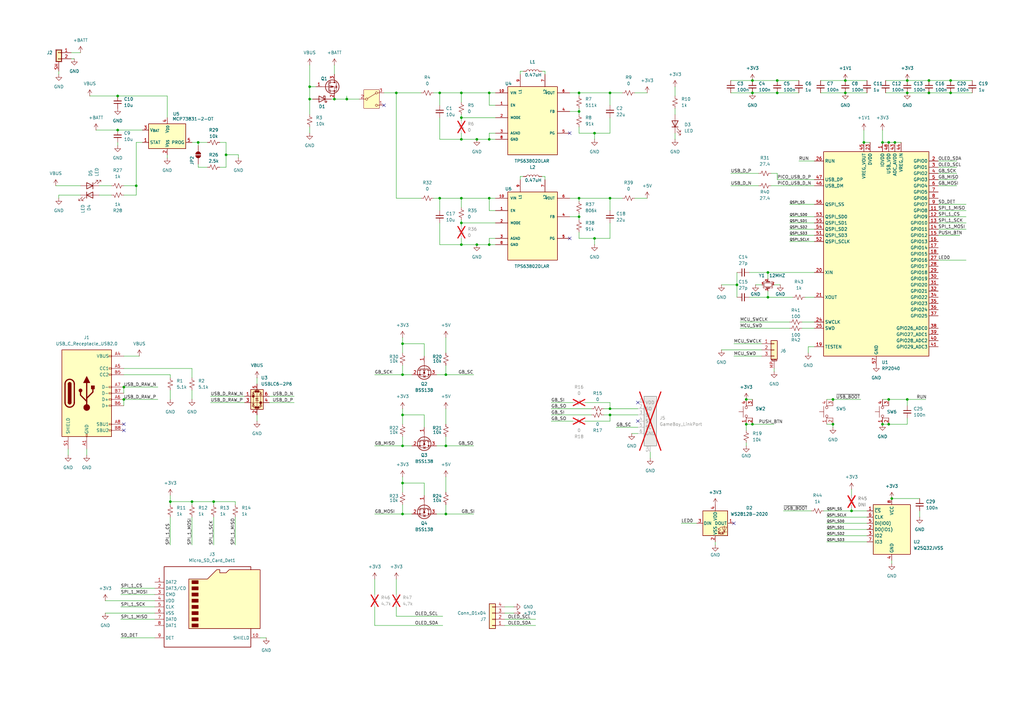
<source format=kicad_sch>
(kicad_sch (version 20231120) (generator "eeschema") (generator_version "8.0")
  (paper "A3")
  (junction (at 200.66 100.33))
  (junction (at 180.34 81.28))
  (junction (at 361.95 58.42))
  (junction (at 195.58 57.15))
  (junction (at 189.23 91.44))
  (junction (at 165.1 210.82))
  (junction (at 92.71 63.5))
  (junction (at 314.96 121.92))
  (junction (at 341.63 163.83))
  (junction (at 372.11 33.02))
  (junction (at 361.95 173.99))
  (junction (at 389.89 33.02))
  (junction (at 189.23 81.28))
  (junction (at 318.77 33.02))
  (junction (at 306.07 163.83))
  (junction (at 182.88 182.88))
  (junction (at 200.66 81.28))
  (junction (at 137.16 40.64))
  (junction (at 250.19 170.18))
  (junction (at 364.49 163.83))
  (junction (at 189.23 57.15))
  (junction (at 349.25 209.55))
  (junction (at 341.63 173.99))
  (junction (at 69.85 205.74))
  (junction (at 87.63 205.74))
  (junction (at 180.34 38.1))
  (junction (at 55.88 76.2))
  (junction (at 237.49 38.1))
  (junction (at 182.88 153.67))
  (junction (at 381 33.02))
  (junction (at 237.49 45.72))
  (junction (at 237.49 88.9))
  (junction (at 308.61 173.99))
  (junction (at 50.8 158.75))
  (junction (at 389.89 38.1))
  (junction (at 346.71 33.02))
  (junction (at 142.24 40.64))
  (junction (at 318.77 38.1))
  (junction (at 189.23 48.26))
  (junction (at 381 38.1))
  (junction (at 372.11 163.83))
  (junction (at 364.49 173.99))
  (junction (at 365.76 204.47))
  (junction (at 195.58 100.33))
  (junction (at 250.19 38.1))
  (junction (at 372.11 38.1))
  (junction (at 165.1 198.12))
  (junction (at 314.96 111.76))
  (junction (at 308.61 38.1))
  (junction (at 182.88 210.82))
  (junction (at 165.1 170.18))
  (junction (at 354.33 58.42))
  (junction (at 364.49 58.42))
  (junction (at 346.71 38.1))
  (junction (at 50.8 163.83))
  (junction (at 367.03 58.42))
  (junction (at 81.28 58.42))
  (junction (at 237.49 81.28))
  (junction (at 127 40.64))
  (junction (at 48.26 53.34))
  (junction (at 189.23 38.1))
  (junction (at 200.66 38.1))
  (junction (at 127 35.56))
  (junction (at 302.26 116.84))
  (junction (at 165.1 153.67))
  (junction (at 243.84 54.61))
  (junction (at 250.19 81.28))
  (junction (at 162.56 38.1))
  (junction (at 189.23 100.33))
  (junction (at 200.66 57.15))
  (junction (at 165.1 182.88))
  (junction (at 243.84 97.79))
  (junction (at 165.1 140.97))
  (junction (at 48.26 39.37))
  (junction (at 250.19 167.64))
  (junction (at 78.74 205.74))
  (junction (at 308.61 33.02))
  (junction (at 306.07 173.99))
  (no_connect (at 50.8 176.53))
  (no_connect (at 261.62 165.1))
  (no_connect (at 300.99 214.63))
  (no_connect (at 157.48 43.18))
  (no_connect (at 261.62 172.72))
  (no_connect (at 233.68 97.79))
  (no_connect (at 233.68 54.61))
  (no_connect (at 50.8 173.99))
  (wire (pts (xy 50.8 153.67) (xy 69.85 153.67)))
  (wire (pts (xy 207.01 248.92) (xy 210.82 248.92)))
  (wire (pts (xy 137.16 26.67) (xy 137.16 30.48)))
  (wire (pts (xy 384.81 73.66) (xy 392.43 73.66)))
  (wire (pts (xy 200.66 38.1) (xy 203.2 38.1)))
  (wire (pts (xy 314.96 111.76) (xy 314.96 114.3)))
  (wire (pts (xy 153.67 153.67) (xy 165.1 153.67)))
  (wire (pts (xy 173.99 170.18) (xy 165.1 170.18)))
  (wire (pts (xy 361.95 58.42) (xy 364.49 58.42)))
  (wire (pts (xy 295.91 116.84) (xy 302.26 116.84)))
  (wire (pts (xy 349.25 200.66) (xy 349.25 203.2)))
  (wire (pts (xy 189.23 46.99) (xy 189.23 48.26)))
  (wire (pts (xy 213.36 29.21) (xy 214.63 29.21)))
  (wire (pts (xy 339.09 163.83) (xy 341.63 163.83)))
  (wire (pts (xy 165.1 140.97) (xy 165.1 144.78)))
  (wire (pts (xy 49.53 254) (xy 63.5 254)))
  (wire (pts (xy 162.56 81.28) (xy 172.72 81.28)))
  (wire (pts (xy 165.1 207.01) (xy 165.1 210.82)))
  (wire (pts (xy 179.07 153.67) (xy 182.88 153.67)))
  (wire (pts (xy 110.49 165.1) (xy 120.65 165.1)))
  (wire (pts (xy 207.01 256.54) (xy 219.71 256.54)))
  (wire (pts (xy 389.89 38.1) (xy 398.78 38.1)))
  (wire (pts (xy 182.88 210.82) (xy 194.31 210.82)))
  (wire (pts (xy 318.77 73.66) (xy 318.77 71.12)))
  (wire (pts (xy 207.01 254) (xy 219.71 254)))
  (wire (pts (xy 237.49 52.07) (xy 237.49 54.61)))
  (wire (pts (xy 55.88 76.2) (xy 55.88 58.42)))
  (wire (pts (xy 295.91 143.51) (xy 312.42 143.51)))
  (wire (pts (xy 334.01 111.76) (xy 314.96 111.76)))
  (wire (pts (xy 86.36 162.56) (xy 100.33 162.56)))
  (wire (pts (xy 48.26 58.42) (xy 48.26 59.69)))
  (wire (pts (xy 314.96 119.38) (xy 314.96 121.92)))
  (wire (pts (xy 182.88 182.88) (xy 194.31 182.88)))
  (wire (pts (xy 213.36 29.21) (xy 213.36 30.48)))
  (wire (pts (xy 177.8 81.28) (xy 180.34 81.28)))
  (wire (pts (xy 49.53 241.3) (xy 63.5 241.3)))
  (wire (pts (xy 180.34 57.15) (xy 189.23 57.15)))
  (wire (pts (xy 233.68 38.1) (xy 237.49 38.1)))
  (wire (pts (xy 318.77 73.66) (xy 334.01 73.66)))
  (wire (pts (xy 250.19 172.72) (xy 250.19 170.18)))
  (wire (pts (xy 308.61 173.99) (xy 317.5 173.99)))
  (wire (pts (xy 337.82 209.55) (xy 349.25 209.55)))
  (wire (pts (xy 363.22 33.02) (xy 372.11 33.02)))
  (wire (pts (xy 165.1 167.64) (xy 165.1 170.18)))
  (wire (pts (xy 361.95 173.99) (xy 364.49 173.99)))
  (wire (pts (xy 364.49 58.42) (xy 367.03 58.42)))
  (wire (pts (xy 299.72 71.12) (xy 311.15 71.12)))
  (wire (pts (xy 165.1 210.82) (xy 168.91 210.82)))
  (wire (pts (xy 250.19 38.1) (xy 250.19 43.18)))
  (wire (pts (xy 180.34 86.36) (xy 180.34 81.28)))
  (wire (pts (xy 50.8 80.01) (xy 55.88 80.01)))
  (wire (pts (xy 250.19 167.64) (xy 261.62 167.64)))
  (wire (pts (xy 173.99 140.97) (xy 165.1 140.97)))
  (wire (pts (xy 353.06 163.83) (xy 341.63 163.83)))
  (wire (pts (xy 309.88 116.84) (xy 312.42 116.84)))
  (wire (pts (xy 97.79 63.5) (xy 97.79 64.77)))
  (wire (pts (xy 173.99 175.26) (xy 173.99 170.18)))
  (wire (pts (xy 81.28 68.58) (xy 85.09 68.58)))
  (wire (pts (xy 330.2 121.92) (xy 334.01 121.92)))
  (wire (pts (xy 346.71 33.02) (xy 355.6 33.02)))
  (wire (pts (xy 250.19 48.26) (xy 250.19 54.61)))
  (wire (pts (xy 40.64 76.2) (xy 45.72 76.2)))
  (wire (pts (xy 299.72 76.2) (xy 311.15 76.2)))
  (wire (pts (xy 339.09 222.25) (xy 355.6 222.25)))
  (wire (pts (xy 207.01 251.46) (xy 210.82 251.46)))
  (wire (pts (xy 182.88 207.01) (xy 182.88 210.82)))
  (wire (pts (xy 384.81 86.36) (xy 396.24 86.36)))
  (wire (pts (xy 354.33 58.42) (xy 356.87 58.42)))
  (wire (pts (xy 165.1 198.12) (xy 165.1 201.93)))
  (wire (pts (xy 302.26 116.84) (xy 302.26 121.92)))
  (wire (pts (xy 162.56 248.92) (xy 162.56 252.73)))
  (wire (pts (xy 384.81 91.44) (xy 396.24 91.44)))
  (wire (pts (xy 69.85 205.74) (xy 69.85 207.01)))
  (wire (pts (xy 142.24 39.37) (xy 142.24 40.64)))
  (wire (pts (xy 328.93 134.62) (xy 334.01 134.62)))
  (wire (pts (xy 24.13 80.01) (xy 24.13 81.28)))
  (wire (pts (xy 96.52 205.74) (xy 96.52 207.01)))
  (wire (pts (xy 179.07 210.82) (xy 182.88 210.82)))
  (wire (pts (xy 165.1 195.58) (xy 165.1 198.12)))
  (wire (pts (xy 226.06 170.18) (xy 242.57 170.18)))
  (wire (pts (xy 364.49 173.99) (xy 372.11 173.99)))
  (wire (pts (xy 92.71 63.5) (xy 92.71 68.58)))
  (wire (pts (xy 237.49 95.25) (xy 237.49 97.79)))
  (wire (pts (xy 165.1 149.86) (xy 165.1 153.67)))
  (wire (pts (xy 341.63 173.99) (xy 341.63 175.26)))
  (wire (pts (xy 276.86 54.61) (xy 276.86 57.15)))
  (wire (pts (xy 384.81 83.82) (xy 396.24 83.82)))
  (wire (pts (xy 364.49 163.83) (xy 372.11 163.83)))
  (wire (pts (xy 182.88 179.07) (xy 182.88 182.88)))
  (wire (pts (xy 50.8 146.05) (xy 57.15 146.05)))
  (wire (pts (xy 78.74 160.02) (xy 78.74 163.83)))
  (wire (pts (xy 177.8 38.1) (xy 180.34 38.1)))
  (wire (pts (xy 372.11 163.83) (xy 379.73 163.83)))
  (wire (pts (xy 165.1 182.88) (xy 168.91 182.88)))
  (wire (pts (xy 339.09 214.63) (xy 355.6 214.63)))
  (wire (pts (xy 90.17 58.42) (xy 92.71 58.42)))
  (wire (pts (xy 189.23 38.1) (xy 200.66 38.1)))
  (wire (pts (xy 307.34 121.92) (xy 314.96 121.92)))
  (wire (pts (xy 43.18 246.38) (xy 63.5 246.38)))
  (wire (pts (xy 55.88 58.42) (xy 58.42 58.42)))
  (wire (pts (xy 189.23 90.17) (xy 189.23 91.44)))
  (wire (pts (xy 195.58 100.33) (xy 200.66 100.33)))
  (wire (pts (xy 323.85 83.82) (xy 334.01 83.82)))
  (wire (pts (xy 307.34 111.76) (xy 314.96 111.76)))
  (wire (pts (xy 81.28 58.42) (xy 85.09 58.42)))
  (wire (pts (xy 43.18 251.46) (xy 63.5 251.46)))
  (wire (pts (xy 233.68 81.28) (xy 237.49 81.28)))
  (wire (pts (xy 372.11 163.83) (xy 372.11 166.37)))
  (wire (pts (xy 339.09 217.17) (xy 355.6 217.17)))
  (wire (pts (xy 40.64 80.01) (xy 45.72 80.01)))
  (wire (pts (xy 250.19 170.18) (xy 261.62 170.18)))
  (wire (pts (xy 68.58 39.37) (xy 68.58 48.26)))
  (wire (pts (xy 189.23 97.79) (xy 189.23 100.33)))
  (wire (pts (xy 346.71 38.1) (xy 355.6 38.1)))
  (wire (pts (xy 299.72 38.1) (xy 308.61 38.1)))
  (wire (pts (xy 372.11 33.02) (xy 381 33.02)))
  (wire (pts (xy 381 33.02) (xy 389.89 33.02)))
  (wire (pts (xy 250.19 165.1) (xy 250.19 167.64)))
  (wire (pts (xy 78.74 58.42) (xy 81.28 58.42)))
  (wire (pts (xy 92.71 63.5) (xy 97.79 63.5)))
  (wire (pts (xy 153.67 248.92) (xy 153.67 256.54)))
  (wire (pts (xy 339.09 212.09) (xy 355.6 212.09)))
  (wire (pts (xy 276.86 35.56) (xy 276.86 39.37)))
  (wire (pts (xy 222.25 29.21) (xy 223.52 29.21)))
  (wire (pts (xy 48.26 39.37) (xy 68.58 39.37)))
  (wire (pts (xy 180.34 43.18) (xy 180.34 38.1)))
  (wire (pts (xy 105.41 170.18) (xy 105.41 172.72)))
  (wire (pts (xy 252.73 175.26) (xy 261.62 175.26)))
  (wire (pts (xy 189.23 48.26) (xy 203.2 48.26)))
  (wire (pts (xy 384.81 93.98) (xy 396.24 93.98)))
  (wire (pts (xy 384.81 68.58) (xy 392.43 68.58)))
  (wire (pts (xy 323.85 96.52) (xy 334.01 96.52)))
  (wire (pts (xy 200.66 43.18) (xy 200.66 38.1)))
  (wire (pts (xy 173.99 198.12) (xy 165.1 198.12)))
  (wire (pts (xy 35.56 184.15) (xy 35.56 186.69)))
  (wire (pts (xy 367.03 58.42) (xy 369.57 58.42)))
  (wire (pts (xy 49.53 243.84) (xy 63.5 243.84)))
  (wire (pts (xy 200.66 97.79) (xy 200.66 100.33)))
  (wire (pts (xy 237.49 38.1) (xy 250.19 38.1)))
  (wire (pts (xy 153.67 182.88) (xy 165.1 182.88)))
  (wire (pts (xy 260.35 81.28) (xy 265.43 81.28)))
  (wire (pts (xy 50.8 76.2) (xy 55.88 76.2)))
  (wire (pts (xy 105.41 154.94) (xy 105.41 157.48)))
  (wire (pts (xy 306.07 181.61) (xy 306.07 182.88)))
  (wire (pts (xy 68.58 63.5) (xy 68.58 64.77)))
  (wire (pts (xy 363.22 38.1) (xy 372.11 38.1)))
  (wire (pts (xy 153.67 256.54) (xy 181.61 256.54)))
  (wire (pts (xy 365.76 204.47) (xy 377.19 204.47)))
  (wire (pts (xy 237.49 81.28) (xy 250.19 81.28)))
  (wire (pts (xy 308.61 38.1) (xy 318.77 38.1)))
  (wire (pts (xy 300.99 140.97) (xy 312.42 140.97)))
  (wire (pts (xy 69.85 205.74) (xy 78.74 205.74)))
  (wire (pts (xy 189.23 91.44) (xy 189.23 92.71)))
  (wire (pts (xy 87.63 212.09) (xy 87.63 223.52)))
  (wire (pts (xy 381 38.1) (xy 389.89 38.1)))
  (wire (pts (xy 317.5 152.4) (xy 317.5 151.13)))
  (wire (pts (xy 372.11 38.1) (xy 381 38.1)))
  (wire (pts (xy 243.84 54.61) (xy 243.84 57.15)))
  (wire (pts (xy 299.72 33.02) (xy 308.61 33.02)))
  (wire (pts (xy 331.47 142.24) (xy 331.47 144.78)))
  (wire (pts (xy 223.52 29.21) (xy 223.52 30.48)))
  (wire (pts (xy 200.66 81.28) (xy 203.2 81.28)))
  (wire (pts (xy 266.7 187.96) (xy 266.7 185.42)))
  (wire (pts (xy 195.58 57.15) (xy 200.66 57.15)))
  (wire (pts (xy 237.49 45.72) (xy 237.49 46.99)))
  (wire (pts (xy 189.23 57.15) (xy 195.58 57.15)))
  (wire (pts (xy 127 35.56) (xy 127 40.64)))
  (wire (pts (xy 180.34 100.33) (xy 189.23 100.33)))
  (wire (pts (xy 237.49 38.1) (xy 237.49 39.37)))
  (wire (pts (xy 260.35 38.1) (xy 265.43 38.1)))
  (wire (pts (xy 69.85 203.2) (xy 69.85 205.74)))
  (wire (pts (xy 22.86 76.2) (xy 33.02 76.2)))
  (wire (pts (xy 384.81 71.12) (xy 392.43 71.12)))
  (wire (pts (xy 50.8 163.83) (xy 50.8 166.37)))
  (wire (pts (xy 127 40.64) (xy 128.27 40.64)))
  (wire (pts (xy 279.4 214.63) (xy 285.75 214.63)))
  (wire (pts (xy 78.74 205.74) (xy 78.74 207.01)))
  (wire (pts (xy 314.96 121.92) (xy 325.12 121.92)))
  (wire (pts (xy 189.23 91.44) (xy 203.2 91.44)))
  (wire (pts (xy 135.89 40.64) (xy 137.16 40.64)))
  (wire (pts (xy 33.02 80.01) (xy 24.13 80.01)))
  (wire (pts (xy 162.56 237.49) (xy 162.56 243.84)))
  (wire (pts (xy 237.49 97.79) (xy 243.84 97.79)))
  (wire (pts (xy 81.28 67.31) (xy 81.28 68.58)))
  (wire (pts (xy 39.37 53.34) (xy 48.26 53.34)))
  (wire (pts (xy 87.63 205.74) (xy 87.63 207.01)))
  (wire (pts (xy 318.77 38.1) (xy 327.66 38.1)))
  (wire (pts (xy 240.03 172.72) (xy 250.19 172.72)))
  (wire (pts (xy 69.85 153.67) (xy 69.85 154.94)))
  (wire (pts (xy 303.53 132.08) (xy 323.85 132.08)))
  (wire (pts (xy 78.74 212.09) (xy 78.74 223.52)))
  (wire (pts (xy 300.99 146.05) (xy 312.42 146.05)))
  (wire (pts (xy 276.86 44.45) (xy 276.86 46.99)))
  (wire (pts (xy 48.26 53.34) (xy 58.42 53.34)))
  (wire (pts (xy 250.19 91.44) (xy 250.19 97.79)))
  (wire (pts (xy 213.36 72.39) (xy 214.63 72.39)))
  (wire (pts (xy 203.2 43.18) (xy 200.66 43.18)))
  (wire (pts (xy 189.23 38.1) (xy 189.23 41.91)))
  (wire (pts (xy 50.8 158.75) (xy 64.77 158.75)))
  (wire (pts (xy 153.67 237.49) (xy 153.67 243.84)))
  (wire (pts (xy 106.68 261.62) (xy 109.22 261.62)))
  (wire (pts (xy 165.1 153.67) (xy 168.91 153.67)))
  (wire (pts (xy 127 35.56) (xy 129.54 35.56)))
  (wire (pts (xy 323.85 99.06) (xy 334.01 99.06)))
  (wire (pts (xy 384.81 106.68) (xy 396.24 106.68)))
  (wire (pts (xy 240.03 165.1) (xy 250.19 165.1)))
  (wire (pts (xy 24.13 29.21) (xy 24.13 30.48)))
  (wire (pts (xy 318.77 33.02) (xy 327.66 33.02)))
  (wire (pts (xy 321.31 209.55) (xy 332.74 209.55)))
  (wire (pts (xy 200.66 57.15) (xy 203.2 57.15)))
  (wire (pts (xy 316.23 71.12) (xy 318.77 71.12)))
  (wire (pts (xy 173.99 203.2) (xy 173.99 198.12)))
  (wire (pts (xy 349.25 209.55) (xy 355.6 209.55)))
  (wire (pts (xy 50.8 163.83) (xy 64.77 163.83)))
  (wire (pts (xy 203.2 97.79) (xy 200.66 97.79)))
  (wire (pts (xy 336.55 38.1) (xy 346.71 38.1)))
  (wire (pts (xy 226.06 167.64) (xy 242.57 167.64)))
  (wire (pts (xy 306.07 173.99) (xy 306.07 176.53)))
  (wire (pts (xy 317.5 116.84) (xy 320.04 116.84)))
  (wire (pts (xy 142.24 40.64) (xy 147.32 40.64)))
  (wire (pts (xy 306.07 163.83) (xy 308.61 163.83)))
  (wire (pts (xy 29.21 24.13) (xy 30.48 24.13)))
  (wire (pts (xy 165.1 179.07) (xy 165.1 182.88)))
  (wire (pts (xy 69.85 212.09) (xy 69.85 223.52)))
  (wire (pts (xy 247.65 167.64) (xy 250.19 167.64)))
  (wire (pts (xy 377.19 209.55) (xy 377.19 212.09)))
  (wire (pts (xy 96.52 212.09) (xy 96.52 223.52)))
  (wire (pts (xy 180.34 81.28) (xy 189.23 81.28)))
  (wire (pts (xy 389.89 33.02) (xy 398.78 33.02)))
  (wire (pts (xy 157.48 38.1) (xy 162.56 38.1)))
  (wire (pts (xy 365.76 229.87) (xy 365.76 231.14)))
  (wire (pts (xy 361.95 163.83) (xy 364.49 163.83)))
  (wire (pts (xy 173.99 146.05) (xy 173.99 140.97)))
  (wire (pts (xy 237.49 87.63) (xy 237.49 88.9)))
  (wire (pts (xy 328.93 132.08) (xy 334.01 132.08)))
  (wire (pts (xy 87.63 205.74) (xy 96.52 205.74)))
  (wire (pts (xy 127 52.07) (xy 127 54.61)))
  (wire (pts (xy 237.49 54.61) (xy 243.84 54.61)))
  (wire (pts (xy 55.88 76.2) (xy 55.88 80.01)))
  (wire (pts (xy 323.85 93.98) (xy 334.01 93.98)))
  (wire (pts (xy 50.8 151.13) (xy 78.74 151.13)))
  (wire (pts (xy 153.67 210.82) (xy 165.1 210.82)))
  (wire (pts (xy 127 40.64) (xy 127 46.99)))
  (wire (pts (xy 50.8 158.75) (xy 50.8 161.29)))
  (wire (pts (xy 259.08 177.8) (xy 261.62 177.8)))
  (wire (pts (xy 200.66 86.36) (xy 200.66 81.28)))
  (wire (pts (xy 182.88 167.64) (xy 182.88 173.99)))
  (wire (pts (xy 316.23 76.2) (xy 334.01 76.2)))
  (wire (pts (xy 349.25 208.28) (xy 349.25 209.55)))
  (wire (pts (xy 303.53 134.62) (xy 323.85 134.62)))
  (wire (pts (xy 189.23 48.26) (xy 189.23 49.53)))
  (wire (pts (xy 29.21 21.59) (xy 33.02 21.59)))
  (wire (pts (xy 189.23 81.28) (xy 189.23 85.09)))
  (wire (pts (xy 182.88 195.58) (xy 182.88 201.93)))
  (wire (pts (xy 203.2 54.61) (xy 200.66 54.61)))
  (wire (pts (xy 165.1 138.43) (xy 165.1 140.97)))
  (wire (pts (xy 308.61 33.02) (xy 318.77 33.02)))
  (wire (pts (xy 92.71 58.42) (xy 92.71 63.5)))
  (wire (pts (xy 180.34 91.44) (xy 180.34 100.33)))
  (wire (pts (xy 306.07 173.99) (xy 308.61 173.99)))
  (wire (pts (xy 203.2 86.36) (xy 200.66 86.36)))
  (wire (pts (xy 243.84 54.61) (xy 250.19 54.61)))
  (wire (pts (xy 27.94 184.15) (xy 27.94 186.69)))
  (wire (pts (xy 165.1 170.18) (xy 165.1 173.99)))
  (wire (pts (xy 293.37 222.25) (xy 293.37 223.52)))
  (wire (pts (xy 222.25 72.39) (xy 223.52 72.39)))
  (wire (pts (xy 323.85 88.9) (xy 334.01 88.9)))
  (wire (pts (xy 250.19 38.1) (xy 255.27 38.1)))
  (wire (pts (xy 213.36 72.39) (xy 213.36 73.66)))
  (wire (pts (xy 78.74 205.74) (xy 87.63 205.74)))
  (wire (pts (xy 189.23 100.33) (xy 195.58 100.33)))
  (wire (pts (xy 233.68 88.9) (xy 237.49 88.9)))
  (wire (pts (xy 180.34 38.1) (xy 189.23 38.1)))
  (wire (pts (xy 200.66 54.61) (xy 200.66 57.15)))
  (wire (pts (xy 384.81 88.9) (xy 396.24 88.9)))
  (wire (pts (xy 69.85 160.02) (xy 69.85 163.83)))
  (wire (pts (xy 384.81 76.2) (xy 392.43 76.2)))
  (wire (pts (xy 327.66 66.04) (xy 334.01 66.04)))
  (wire (pts (xy 226.06 165.1) (xy 234.95 165.1)))
  (wire (pts (xy 137.16 40.64) (xy 142.24 40.64)))
  (wire (pts (xy 354.33 53.34) (xy 354.33 58.42)))
  (wire (pts (xy 90.17 68.58) (xy 92.71 68.58)))
  (wire (pts (xy 372.11 171.45) (xy 372.11 173.99)))
  (wire (pts (xy 49.53 248.92) (xy 63.5 248.92)))
  (wire (pts (xy 180.34 48.26) (xy 180.34 57.15)))
  (wire (pts (xy 323.85 91.44) (xy 334.01 91.44)))
  (wire (pts (xy 162.56 38.1) (xy 162.56 81.28)))
  (wire (pts (xy 384.81 66.04) (xy 392.43 66.04)))
  (wire (pts (xy 302.26 111.76) (xy 302.26 116.84)))
  (wire (pts (xy 384.81 96.52) (xy 393.7 96.52)))
  (wire (pts (xy 49.53 261.62) (xy 63.5 261.62)))
  (wire (pts (xy 223.52 72.39) (xy 223.52 73.66)))
  (wire (pts (xy 86.36 165.1) (xy 100.33 165.1)))
  (wire (pts (xy 200.66 100.33) (xy 203.2 100.33)))
  (wire (pts (xy 127 26.67) (xy 127 35.56)))
  (wire (pts (xy 78.74 151.13) (xy 78.74 154.94)))
  (wire (pts (xy 162.56 38.1) (xy 172.72 38.1)))
  (wire (pts (xy 179.07 182.88) (xy 182.88 182.88)))
  (wire (pts (xy 361.95 53.34) (xy 361.95 58.42)))
  (wire (pts (xy 250.19 81.28) (xy 250.19 86.36)))
  (wire (pts (xy 237.49 88.9) (xy 237.49 90.17)))
  (wire (pts (xy 226.06 172.72) (xy 234.95 172.72)))
  (wire (pts (xy 247.65 170.18) (xy 250.19 170.18)))
  (wire (pts (xy 182.88 153.67) (xy 194.31 153.67)))
  (wire (pts (xy 162.56 252.73) (xy 181.61 252.73)))
  (wire (pts (xy 334.01 142.24) (xy 331.47 142.24)))
  (wire (pts (xy 36.83 39.37) (xy 48.26 39.37)))
  (wire (pts (xy 110.49 162.56) (xy 120.65 162.56)))
  (wire (pts (xy 243.84 97.79) (xy 243.84 100.33)))
  (wire (pts (xy 339.09 173.99) (xy 341.63 173.99)))
  (wire (pts (xy 250.19 81.28) (xy 255.27 81.28)))
  (wire (pts (xy 237.49 81.28) (xy 237.49 82.55)))
  (wire (pts (xy 182.88 138.43) (xy 182.88 144.78)))
  (wire (pts (xy 339.09 219.71) (xy 355.6 219.71)))
  (wire (pts (xy 189.23 81.28) (xy 200.66 81.28)))
  (wire (pts (xy 336.55 33.02) (xy 346.71 33.02)))
  (wire (pts (xy 243.84 97.79) (xy 250.19 97.79)))
  (wire (pts (xy 233.68 45.72) (xy 237.49 45.72)))
  (wire (pts (xy 81.28 58.42) (xy 81.28 59.69)))
  (wire (pts (xy 182.88 149.86) (xy 182.88 153.67)))
  (wire (pts (xy 237.49 44.45) (xy 237.49 45.72)))
  (wire (pts (xy 189.23 54.61) (xy 189.23 57.15)))
  (label "QSPI_SD0" (at 339.09 214.63 0) (effects (font (size 1 1))))
  (label "OLED_SCL" (at 384.81 68.58 0))
  (label "OLED_SDA" (at 384.81 66.04 0))
  (label "MCU_SWD" (at 303.53 134.62 0))
  (label "USB_D_P" (at 111.76 165.1 0))
  (label "SPI_1_SCK" (at 384.81 91.44 0))
  (label "GB_SO" (at 226.06 167.64 0))
  (label "GB_SI" (at 226.06 165.1 0))
  (label "QSPI_SCLK" (at 339.09 212.09 0) (effects (font (size 1 1))))
  (label "QSPI_SD1" (at 339.09 217.17 0) (effects (font (size 1 1))))
  (label "QSPI_SD2" (at 323.85 93.98 0) (effects (font (size 1 1))))
  (label "SPI_1_MISO" (at 384.81 86.36 0))
  (label "PUSH_BTN" (at 384.81 96.52 0))
  (label "MCU_SWCLK" (at 300.99 140.97 0))
  (label "GB_MISO" (at 153.67 182.88 0))
  (label "OLED_SDA" (at 208.28 256.54 0))
  (label "USB_D_N" (at 299.72 76.2 0))
  (label "QSPI_SD0" (at 323.85 88.9 0) (effects (font (size 1 1))))
  (label "PICO_USB_D_P" (at 318.77 73.66 0))
  (label "GB_SO" (at 226.06 172.72 0))
  (label "PICO_USB_D_N" (at 318.77 76.2 0))
  (label "LED0" (at 384.81 106.68 0))
  (label "QSPI_SD3" (at 323.85 96.52 0) (effects (font (size 1 1))))
  (label "GB_MOSI" (at 153.67 210.82 0))
  (label "QSPI_SS" (at 323.85 83.82 0) (effects (font (size 1 1))))
  (label "SPI_1_CS" (at 49.53 241.3 0))
  (label "USB_D_N" (at 111.76 162.56 0))
  (label "QSPI_SD1" (at 323.85 91.44 0) (effects (font (size 1 1))))
  (label "RUN" (at 375.92 163.83 0))
  (label "PUSH_BTN" (at 311.15 173.99 0))
  (label "GB_SCK" (at 384.81 71.12 0))
  (label "RUN" (at 327.66 66.04 0))
  (label "GB_SC" (at 252.73 175.26 0))
  (label "MCU_SWD" (at 300.99 146.05 0))
  (label "SD_DET" (at 384.81 83.82 0))
  (label "USB_D_RAW_P" (at 50.8 163.83 0))
  (label "MCU_SWCLK" (at 303.53 132.08 0))
  (label "SD_DET" (at 49.53 261.62 0))
  (label "SPI_1_MISO" (at 49.53 254 0))
  (label "GB_SI" (at 189.23 210.82 0))
  (label "USB_D_RAW_P" (at 86.36 165.1 0))
  (label "USB_D_RAW_N" (at 50.8 158.75 0))
  (label "OLED_SDA" (at 170.18 256.54 0))
  (label "LED0" (at 279.4 214.63 0))
  (label "SPI_1_CS" (at 384.81 88.9 0))
  (label "SPI_1_SCK" (at 87.63 223.52 90))
  (label "~{USB_BOOT}" (at 342.9 163.83 0))
  (label "GB_MOSI" (at 384.81 76.2 0))
  (label "QSPI_SD2" (at 339.09 219.71 0) (effects (font (size 1 1))))
  (label "QSPI_SCLK" (at 323.85 99.06 0) (effects (font (size 1 1))))
  (label "SPI_1_SCK" (at 49.53 248.92 0))
  (label "SPI_1_MISO" (at 96.52 223.52 90))
  (label "SPI_1_CS" (at 69.85 223.52 90))
  (label "~{USB_BOOT}" (at 321.31 209.55 0))
  (label "OLED_SCL" (at 208.28 254 0))
  (label "GB_SO" (at 187.96 182.88 0))
  (label "GB_MISO" (at 384.81 73.66 0))
  (label "QSPI_SS" (at 339.09 209.55 0) (effects (font (size 1 1))))
  (label "SPI_1_MOSI" (at 49.53 243.84 0))
  (label "OLED_SCL" (at 170.18 252.73 0))
  (label "GB_SCK" (at 153.67 153.67 0))
  (label "SPI_1_MOSI" (at 78.74 223.52 90))
  (label "SPI_1_MOSI" (at 384.81 93.98 0))
  (label "GB_SI" (at 226.06 170.18 0))
  (label "USB_D_P" (at 299.72 71.12 0))
  (label "QSPI_SD3" (at 339.09 222.25 0) (effects (font (size 1 1))))
  (label "USB_D_RAW_N" (at 86.36 162.56 0))
  (label "GB_SC" (at 187.96 153.67 0))
  (symbol (lib_id "power:GND") (at 127 54.61 0) (unit 1)
    (property "Reference" "#PWR07" (effects (hide yes)))
    (property "Value" "GND" (at 127 59.69 0))
    (property "Description" "Power symbol creates a global label with name \"GND\" , ground" (effects (hide yes)))
  )
  (symbol (lib_id "Device:R_Small_US") (at 335.28 209.55 90) (unit 1)
    (property "Reference" "R44" (at 335.28 203.2 90))
    (property "Value" "1k" (at 335.28 205.74 90))
    (property "Footprint" "Resistor_SMD:R_0402_1005Metric" (effects (hide yes)))
    (property "Description" "Resistor, small US symbol" (effects (hide yes)))
    (property "LCSC" "C11702 " (effects (hide yes)))
  )
  (symbol (lib_id "power:+3V3") (at 165.1 195.58 0) (unit 1)
    (property "Reference" "#PWR042" (effects (hide yes)))
    (property "Value" "+3V3" (at 165.1 190.5 0))
    (property "Description" "Power symbol creates a global label with name \"+3V3\"" (effects (hide yes)))
  )
  (symbol (lib_id "Connector:Micro_SD_Card_Det1") (at 86.36 248.92 0) (unit 1)
    (property "Reference" "J3" (at 86.995 227.33 0))
    (property "Value" "Micro_SD_Card_Det1" (at 86.995 229.87 0))
    (property "Footprint" "mod:J_sd_micro_socket_no_holes" (effects (hide yes)))
    (property "Datasheet" "https://datasheet.lcsc.com/lcsc/2110151630_XKB-Connectivity-XKTF-015-N_C381082.pdf" (effects (hide yes)))
    (property "Description" "Micro SD Card Socket with one card detection pin" (effects (hide yes)))
    (property "LCSC" "C7529389" (effects (hide yes)))
  )
  (symbol (lib_id "power:GND") (at 341.63 175.26 0) (unit 1)
    (property "Reference" "#PWR061" (effects (hide yes)))
    (property "Value" "GND" (at 341.63 180.34 0))
    (property "Description" "Power symbol creates a global label with name \"GND\" , ground" (effects (hide yes)))
  )
  (symbol (lib_id "LED:WS2812B-2020") (at 293.37 214.63 0) (unit 1)
    (property "Reference" "D2" (at 307.34 208.3114 0))
    (property "Value" "WS2812B-2020" (at 307.34 210.8514 0))
    (property "Footprint" "LED_SMD:LED_WS2812B-2020_PLCC4_2.0x2.0mm" (effects (hide yes)))
    (property "Datasheet" "https://cdn-shop.adafruit.com/product-files/4684/4684_WS2812B-2020_V1.3_EN.pdf" (effects (hide yes)))
    (property "Description" "RGB LED with integrated controller, 2.0 x 2.0 mm, 12 mA" (effects (hide yes)))
    (property "LCSC" "C965555" (effects (hide yes)))
  )
  (symbol (lib_id "Switch:SW_MEC_5E") (at 341.63 168.91 90) (unit 1)
    (property "Reference" "SW5" (at 342.9 167.64 90) (effects (justify right)))
    (property "Value" "SW_MEC_5E" (effects (hide yes)))
    (property "Footprint" "mod:SW_SKRPACE010" (effects (hide yes)))
    (property "Datasheet" "http://www.apem.com/int/index.php?controller=attachment&id_attachment=1371" (effects (hide yes)))
    (property "Description" "MEC 5E single pole normally-open tactile switch" (effects (hide yes)))
    (property "LCSC" "C139797 " (effects (hide yes)))
  )
  (symbol (lib_id "Device:C_Small") (at 363.22 35.56 0) (unit 1)
    (property "Reference" "C12" (at 365.76 34.2963 0) (effects (justify left)))
    (property "Value" "100n" (at 365.76 36.8363 0) (effects (justify left)))
    (property "Footprint" "Capacitor_SMD:C_0402_1005Metric" (effects (hide yes)))
    (property "Description" "Unpolarized capacitor, small symbol" (effects (hide yes)))
    (property "LCSC" "C60474" (effects (hide yes)))
  )
  (symbol (lib_id "power:+3V3") (at 361.95 53.34 0) (unit 1)
    (property "Reference" "#PWR073" (effects (hide yes)))
    (property "Value" "+3V3" (at 361.95 48.26 0))
    (property "Description" "Power symbol creates a global label with name \"+3V3\"" (effects (hide yes)))
  )
  (symbol (lib_id "power:GND") (at 105.41 172.72 0) (unit 1)
    (property "Reference" "#PWR05" (effects (hide yes)))
    (property "Value" "GND" (at 105.41 177.8 0))
    (property "Description" "Power symbol creates a global label with name \"GND\" , ground" (effects (hide yes)))
  )
  (symbol (lib_id "power:GND") (at 359.41 149.86 0) (unit 1)
    (property "Reference" "#PWR072" (effects (hide yes)))
    (property "Value" "GND" (at 359.41 154.94 0))
    (property "Description" "Power symbol creates a global label with name \"GND\" , ground" (effects (hide yes)))
  )
  (symbol (lib_id "power:GND") (at 266.7 187.96 0) (unit 1)
    (property "Reference" "#PWR056" (effects (hide yes)))
    (property "Value" "GND" (at 266.7 193.04 0))
    (property "Description" "Power symbol creates a global label with name \"GND\" , ground" (effects (hide yes)))
  )
  (symbol (lib_id "Device:R_Small_US") (at 189.23 87.63 180) (unit 1)
    (property "Reference" "R35" (at 191.77 86.3599 0) (effects (justify right)))
    (property "Value" "0" (at 191.77 88.8999 0) (effects (justify right)))
    (property "Footprint" "Resistor_SMD:R_0402_1005Metric" (effects (hide yes)))
    (property "Description" "Resistor, small US symbol" (effects (hide yes)))
    (property "LCSC" "C106231" (effects (hide yes)))
  )
  (symbol (lib_id "Device:C_Small") (at 250.19 45.72 0) (unit 1)
    (property "Reference" "C2" (at 252.73 44.4562 0) (effects (justify left)))
    (property "Value" "22u" (at 252.73 46.9962 0) (effects (justify left)))
    (property "Footprint" "Capacitor_SMD:C_0603_1608Metric" (effects (hide yes)))
    (property "Description" "Unpolarized capacitor, small symbol" (effects (hide yes)))
    (property "LCSC" " C59461 " (effects (hide yes)))
  )
  (symbol (lib_id "Transistor_FET:BSS138") (at 173.99 151.13 270) (unit 1)
    (property "Reference" "Q2" (at 173.99 157.48 90))
    (property "Value" "BSS138" (at 173.99 160.02 90))
    (property "Footprint" "Package_TO_SOT_SMD:SOT-23" (effects (hide yes)))
    (property "Datasheet" "https://www.onsemi.com/pub/Collateral/BSS138-D.PDF" (effects (hide yes)))
    (property "Description" "50V Vds, 0.22A Id, N-Channel MOSFET, SOT-23" (effects (hide yes)))
    (property "LCSC" "C5337205" (effects (hide yes)))
  )
  (symbol (lib_id "power:+3V3") (at 210.82 251.46 270) (unit 1)
    (property "Reference" "#PWR084" (effects (hide yes)))
    (property "Value" "+3V3" (at 214.63 251.4599 90) (effects (justify left)))
    (property "Description" "Power symbol creates a global label with name \"+3V3\"" (effects (hide yes)))
  )
  (symbol (lib_id "power:+3V3") (at 349.25 200.66 0) (unit 1)
    (property "Reference" "#PWR079" (effects (hide yes)))
    (property "Value" "+3V3" (at 349.25 195.58 0))
    (property "Description" "Power symbol creates a global label with name \"+3V3\"" (effects (hide yes)))
  )
  (symbol (lib_id "power:VBUS") (at 57.15 146.05 0) (unit 1)
    (property "Reference" "#PWR025" (effects (hide yes)))
    (property "Value" "VBUS" (at 57.15 140.97 0))
    (property "Description" "Power symbol creates a global label with name \"VBUS\"" (effects (hide yes)))
  )
  (symbol (lib_id "Device:L") (at 218.44 72.39 90) (unit 1)
    (property "Reference" "L2" (at 218.44 68.58 90))
    (property "Value" "0.47uH" (at 218.694 73.914 90))
    (property "Footprint" "Inductor_SMD_Wurth:L_Wurth_WE-LQSH-2010" (effects (hide yes)))
    (property "Description" "Inductor" (effects (hide yes)))
    (property "LCSC" "C89446" (effects (hide yes)))
  )
  (symbol (lib_id "power:GND") (at 243.84 100.33 0) (unit 1)
    (property "Reference" "#PWR065" (effects (hide yes)))
    (property "Value" "GND" (at 243.84 105.41 0))
    (property "Description" "Power symbol creates a global label with name \"GND\" , ground" (effects (hide yes)))
  )
  (symbol (lib_id "Device:R_Small_US") (at 127 49.53 0) (unit 1)
    (property "Reference" "R3" (at 129.54 48.2599 0) (effects (justify left)))
    (property "Value" "10k" (at 129.54 50.7999 0) (effects (justify left)))
    (property "Footprint" "Resistor_SMD:R_0402_1005Metric" (effects (hide yes)))
    (property "Description" "Resistor, small US symbol" (effects (hide yes)))
    (property "LCSC" "C60490" (effects (hide yes)))
  )
  (symbol (lib_id "Device:C_Small") (at 336.55 35.56 0) (unit 1)
    (property "Reference" "C7" (at 339.09 34.2963 0) (effects (justify left)))
    (property "Value" "100n" (at 339.09 36.8363 0) (effects (justify left)))
    (property "Footprint" "Capacitor_SMD:C_0402_1005Metric" (effects (hide yes)))
    (property "Description" "Unpolarized capacitor, small symbol" (effects (hide yes)))
    (property "LCSC" "C60474" (effects (hide yes)))
  )
  (symbol (lib_id "Device:R_Small_US") (at 189.23 52.07 180) (unit 1) (dnp yes)
    (property "Reference" "R6" (at 191.77 50.7999 0) (effects (justify right)))
    (property "Value" "0" (at 191.77 53.3399 0) (effects (justify right)))
    (property "Footprint" "Resistor_SMD:R_0402_1005Metric" (effects (hide yes)))
    (property "Description" "Resistor, small US symbol" (effects (hide yes)))
    (property "LCSC" "C106231" (effects (hide yes)))
  )
  (symbol (lib_id "power:GND") (at 317.5 152.4 0) (unit 1)
    (property "Reference" "#PWR058" (effects (hide yes)))
    (property "Value" "GND" (at 317.5 157.48 0))
    (property "Description" "Power symbol creates a global label with name \"GND\" , ground" (effects (hide yes)))
  )
  (symbol (lib_id "Device:R_Small_US") (at 276.86 41.91 180) (unit 1)
    (property "Reference" "R10" (at 279.4 40.6399 0) (effects (justify right)))
    (property "Value" "1k" (at 279.4 43.1799 0) (effects (justify right)))
    (property "Footprint" "Resistor_SMD:R_0402_1005Metric" (effects (hide yes)))
    (property "Description" "Resistor, small US symbol" (effects (hide yes)))
    (property "LCSC" "C11702 " (effects (hide yes)))
  )
  (symbol (lib_id "Device:R_Small_US") (at 189.23 95.25 180) (unit 1) (dnp yes)
    (property "Reference" "R36" (at 191.77 93.9799 0) (effects (justify right)))
    (property "Value" "0" (at 191.77 96.5199 0) (effects (justify right)))
    (property "Footprint" "Resistor_SMD:R_0402_1005Metric" (effects (hide yes)))
    (property "Description" "Resistor, small US symbol" (effects (hide yes)))
    (property "LCSC" "C106231" (effects (hide yes)))
  )
  (symbol (lib_id "Device:C_Small") (at 308.61 35.56 0) (unit 1)
    (property "Reference" "C4" (at 311.15 34.2963 0) (effects (justify left)))
    (property "Value" "100n" (at 311.15 36.8363 0) (effects (justify left)))
    (property "Footprint" "Capacitor_SMD:C_0402_1005Metric" (effects (hide yes)))
    (property "Description" "Unpolarized capacitor, small symbol" (effects (hide yes)))
    (property "LCSC" "C60474" (effects (hide yes)))
  )
  (symbol (lib_id "power:GND") (at 320.04 116.84 0) (unit 1)
    (property "Reference" "#PWR059" (effects (hide yes)))
    (property "Value" "GND" (at 320.04 120.65 0))
    (property "Description" "Power symbol creates a global label with name \"GND\" , ground" (effects (hide yes)))
  )
  (symbol (lib_id "Device:R_Small_US") (at 153.67 246.38 0) (unit 1) (in_bom no) (dnp yes)
    (property "Reference" "R46" (at 156.21 245.1099 0) (effects (justify left)))
    (property "Value" "4.7k" (at 156.21 247.6499 0) (effects (justify left)))
    (property "Footprint" "Resistor_SMD:R_0603_1608Metric" (effects (hide yes)))
    (property "Description" "Resistor, small US symbol" (effects (hide yes)))
    (property "LCSC" "C99782" (effects (hide yes)))
  )
  (symbol (lib_id "Device:C_Small") (at 250.19 88.9 0) (unit 1)
    (property "Reference" "C18" (at 252.73 87.6362 0) (effects (justify left)))
    (property "Value" "22u" (at 252.73 90.1762 0) (effects (justify left)))
    (property "Footprint" "Capacitor_SMD:C_0603_1608Metric" (effects (hide yes)))
    (property "Description" "Unpolarized capacitor, small symbol" (effects (hide yes)))
    (property "LCSC" " C59461 " (effects (hide yes)))
  )
  (symbol (lib_id "power:VBUS") (at 127 26.67 0) (unit 1)
    (property "Reference" "#PWR06" (effects (hide yes)))
    (property "Value" "VBUS" (at 127 21.59 0))
    (property "Description" "Power symbol creates a global label with name \"VBUS\"" (effects (hide yes)))
  )
  (symbol (lib_id "Device:D_Schottky") (at 132.08 40.64 180) (unit 1)
    (property "Reference" "D1" (at 132.08 43.688 0))
    (property "Value" "D_Schottky" (effects (hide yes)))
    (property "Footprint" "Diode_SMD:D_SOD-123F" (effects (hide yes)))
    (property "Description" "Schottky diode" (effects (hide yes)))
    (property "LCSC" "C50553" (effects (hide yes)))
  )
  (symbol (lib_id "power:+3V3") (at 165.1 167.64 0) (unit 1)
    (property "Reference" "#PWR040" (effects (hide yes)))
    (property "Value" "+3V3" (at 165.1 162.56 0))
    (property "Description" "Power symbol creates a global label with name \"+3V3\"" (effects (hide yes)))
  )
  (symbol (lib_id "Device:R_Small_US") (at 165.1 204.47 0) (unit 1)
    (property "Reference" "R23" (at 161.544 203.454 0))
    (property "Value" "10k" (at 161.544 205.232 0))
    (property "Footprint" "Resistor_SMD:R_0402_1005Metric" (effects (hide yes)))
    (property "Description" "Resistor, small US symbol" (effects (hide yes)))
    (property "LCSC" "C60490" (effects (hide yes)))
  )
  (symbol (lib_id "Transistor_FET:BSS138") (at 173.99 208.28 270) (unit 1)
    (property "Reference" "Q4" (at 173.99 214.63 90))
    (property "Value" "BSS138" (at 173.99 217.17 90))
    (property "Footprint" "Package_TO_SOT_SMD:SOT-23" (effects (hide yes)))
    (property "Datasheet" "https://www.onsemi.com/pub/Collateral/BSS138-D.PDF" (effects (hide yes)))
    (property "Description" "50V Vds, 0.22A Id, N-Channel MOSFET, SOT-23" (effects (hide yes)))
    (property "LCSC" "C5337205" (effects (hide yes)))
  )
  (symbol (lib_id "power:GND") (at 24.13 81.28 0) (unit 1)
    (property "Reference" "#PWR047" (effects (hide yes)))
    (property "Value" "GND" (at 24.13 86.36 0))
    (property "Description" "Power symbol creates a global label with name \"GND\" , ground" (effects (hide yes)))
  )
  (symbol (lib_id "power:+3V3") (at 162.56 237.49 0) (unit 1)
    (property "Reference" "#PWR086" (effects (hide yes)))
    (property "Value" "+3V3" (at 162.56 232.41 0))
    (property "Description" "Power symbol creates a global label with name \"+3V3\"" (effects (hide yes)))
  )
  (symbol (lib_id "mod:TPS63802DLAR") (at 218.44 91.44 0) (unit 1)
    (property "Reference" "U6" (at 208.534 77.47 0))
    (property "Value" "TPS63802DLAR" (at 218.186 109.22 0))
    (property "Footprint" "mod:VREG_TPS63802DLAR" (effects (hide yes)))
    (property "MF" "Texas Instruments" (effects (hide yes)))
    (property "MAXIMUM_PACKAGE_HEIGHT" "1.0 mm" (effects (hide yes)))
    (property "Package" "VSON-HR-10 Texas Instruments" (effects (hide yes)))
    (property "Price" "None" (effects (hide yes)))
    (property "Check_prices" "https://www.snapeda.com/parts/TPS63802DLAR/Texas+Instruments/view-part/?ref=eda" (effects (hide yes)))
    (property "STANDARD" "Manufacturer Recommendations" (effects (hide yes)))
    (property "PARTREV" "B" (effects (hide yes)))
    (property "SnapEDA_Link" "https://www.snapeda.com/parts/TPS63802DLAR/Texas+Instruments/view-part/?ref=snap" (effects (hide yes)))
    (property "MP" "TPS63802DLAR" (effects (hide yes)))
    (property "Purchase-URL" "https://www.snapeda.com/api/url_track_click_mouser/?unipart_id=4449206&manufacturer=Texas Instruments&part_name=TPS63802DLAR&search_term=tps63802" (effects (hide yes)))
    (property "Description_1" "\n2-A, high-efficient, 11-µA quiescent current buck-boost converter in QFN/DFN package\n" (effects (hide yes)))
    (property "Availability" "In Stock" (effects (hide yes)))
    (property "MANUFACTURER" "Texas Instruments" (effects (hide yes)))
    (property "LCSC" "C2845237" (effects (hide yes)))
  )
  (symbol (lib_id "power:+BATT") (at 137.16 26.67 0) (unit 1)
    (property "Reference" "#PWR08" (effects (hide yes)))
    (property "Value" "+BATT" (at 137.16 21.59 0))
    (property "Description" "Power symbol creates a global label with name \"+BATT\"" (effects (hide yes)))
  )
  (symbol (lib_id "power:+1V1") (at 354.33 53.34 0) (unit 1)
    (property "Reference" "#PWR071" (effects (hide yes)))
    (property "Value" "+1V1" (at 354.33 48.26 0))
    (property "Description" "Power symbol creates a global label with name \"+1V1\"" (effects (hide yes)))
  )
  (symbol (lib_id "power:+3V3") (at 69.85 203.2 0) (unit 1)
    (property "Reference" "#PWR020" (effects (hide yes)))
    (property "Value" "+3V3" (at 69.85 198.12 0))
    (property "Description" "Power symbol creates a global label with name \"+3V3\"" (effects (hide yes)))
  )
  (symbol (lib_id "power:GND") (at 24.13 30.48 0) (unit 1)
    (property "Reference" "#PWR014" (effects (hide yes)))
    (property "Value" "GND" (at 24.13 35.56 0))
    (property "Description" "Power symbol creates a global label with name \"GND\" , ground" (effects (hide yes)))
  )
  (symbol (lib_id "Device:C_Small") (at 398.78 35.56 0) (unit 1)
    (property "Reference" "C19" (at 401.32 34.2963 0) (effects (justify left)))
    (property "Value" "1u" (at 401.32 36.8363 0) (effects (justify left)))
    (property "Footprint" "Capacitor_SMD:C_0402_1005Metric" (effects (hide yes)))
    (property "Description" "Unpolarized capacitor, small symbol" (effects (hide yes)))
    (property "LCSC" " C14445" (effects (hide yes)))
  )
  (symbol (lib_id "power:+3V3") (at 182.88 138.43 0) (unit 1)
    (property "Reference" "#PWR069" (effects (hide yes)))
    (property "Value" "+5V" (at 182.88 133.35 0))
    (property "Description" "Power symbol creates a global label with name \"+3V3\"" (effects (hide yes)))
  )
  (symbol (lib_id "Device:R_Small_US") (at 182.88 204.47 0) (unit 1)
    (property "Reference" "R24" (at 179.324 203.454 0))
    (property "Value" "10k" (at 179.324 205.232 0))
    (property "Footprint" "Resistor_SMD:R_0402_1005Metric" (effects (hide yes)))
    (property "Description" "Resistor, small US symbol" (effects (hide yes)))
    (property "LCSC" "C60490" (effects (hide yes)))
  )
  (symbol (lib_id "power:+3V3") (at 372.11 33.02 0) (unit 1)
    (property "Reference" "#PWR075" (effects (hide yes)))
    (property "Value" "+3V3" (at 372.11 27.94 0))
    (property "Description" "Power symbol creates a global label with name \"+3V3\"" (effects (hide yes)))
  )
  (symbol (lib_id "Connector_Generic_MountingPin:Conn_01x03_MountingPin") (at 317.5 143.51 0) (unit 1)
    (property "Reference" "J6" (at 320.04 143.8656 0) (effects (justify left)))
    (property "Value" "Conn_01x03_MountingPin" (effects (hide yes)))
    (property "Footprint" "Connector_JST:JST_SH_SM03B-SRSS-TB_1x03-1MP_P1.00mm_Horizontal" (effects (hide yes)))
    (property "Description" "Generic connectable mounting pin connector, single row, 01x03, script generated (kicad-library-utils/schlib/autogen/connector/)" (effects (hide yes)))
    (property "LCSC" "C160403 " (effects (hide yes)))
  )
  (symbol (lib_id "Device:R_Small_US") (at 237.49 41.91 0) (unit 1)
    (property "Reference" "R7" (at 240.03 40.6399 0) (effects (justify left)))
    (property "Value" "511k" (at 240.03 43.1799 0) (effects (justify left)))
    (property "Footprint" "Resistor_SMD:R_0402_1005Metric" (effects (hide yes)))
    (property "Description" "Resistor, small US symbol" (effects (hide yes)))
    (property "LCSC" "C5126239" (effects (hide yes)))
  )
  (symbol (lib_id "Device:C_Small") (at 304.8 111.76 90) (unit 1)
    (property "Reference" "C14" (at 304.8063 105.41 90))
    (property "Value" "27p" (at 304.8063 107.95 90))
    (property "Footprint" "Capacitor_SMD:C_0603_1608Metric" (effects (hide yes)))
    (property "Description" "Unpolarized capacitor, small symbol" (effects (hide yes)))
    (property "LCSC" "C107002" (effects (hide yes)))
  )
  (symbol (lib_id "power:GND") (at 68.58 64.77 0) (unit 1)
    (property "Reference" "#PWR046" (effects (hide yes)))
    (property "Value" "GND" (at 68.58 69.85 0))
    (property "Description" "Power symbol creates a global label with name \"GND\" , ground" (effects (hide yes)))
  )
  (symbol (lib_id "Gekkio_Connector_Specialized:GameBoy_LinkPort") (at 266.7 172.72 0) (unit 1) (in_bom no) (dnp yes)
    (property "Reference" "J5" (at 270.51 171.4499 0) (effects (justify left)))
    (property "Value" "GameBoy_LinkPort" (at 270.51 173.9899 0) (effects (justify left)))
    (property "Footprint" "yet-another-pico-gb-printer:GBA-LINK" (effects (hide yes)))
    (property "Description" "Game Boy link port" (effects (hide yes)))
  )
  (symbol (lib_id "Memory_Flash:W25Q32JVSS") (at 365.76 217.17 0) (unit 1)
    (property "Reference" "U2" (at 374.65 222.25 0) (effects (justify left)))
    (property "Value" "W25Q32JVSS" (at 374.65 224.79 0) (effects (justify left)))
    (property "Footprint" "Package_SON:Winbond_USON-8-1EP_3x2mm_P0.5mm_EP0.2x1.6mm" (effects (hide yes)))
    (property "Datasheet" "http://www.winbond.com/resource-files/w25q32jv%20revg%2003272018%20plus.pdf" (effects (hide yes)))
    (property "Description" "32Mb Serial Flash Memory, Standard/Dual/Quad SPI, SOIC-8" (effects (hide yes)))
    (property "LCSC" "C2843335" (effects (hide yes)))
  )
  (symbol (lib_id "Connector:USB_C_Receptacle_USB2.0") (at 35.56 161.29 0) (unit 1)
    (property "Reference" "J1" (at 35.56 138.43 0))
    (property "Value" "USB_C_Receptacle_USB2.0" (at 35.56 140.97 0))
    (property "Footprint" "Connector_USB:USB_C_Receptacle_HCTL_HC-TYPE-C-16P-01A" (effects (hide yes)))
    (property "Datasheet" "https://www.usb.org/sites/default/files/documents/usb_type-c.zip" (effects (hide yes)))
    (property "LCSC" " C2894897" (effects (hide yes)))
  )
  (symbol (lib_id "Device:C_Small") (at 327.66 35.56 0) (unit 1)
    (property "Reference" "C6" (at 330.2 34.2963 0) (effects (justify left)))
    (property "Value" "1u" (at 330.2 36.8363 0) (effects (justify left)))
    (property "Footprint" "Capacitor_SMD:C_0402_1005Metric" (effects (hide yes)))
    (property "Description" "Unpolarized capacitor, small symbol" (effects (hide yes)))
    (property "LCSC" " C14445" (effects (hide yes)))
  )
  (symbol (lib_id "power:+3V3") (at 308.61 33.02 0) (unit 1)
    (property "Reference" "#PWR055" (effects (hide yes)))
    (property "Value" "+3V3" (at 308.61 27.94 0))
    (property "Description" "Power symbol creates a global label with name \"+3V3\"" (effects (hide yes)))
  )
  (symbol (lib_id "Device:C_Small") (at 372.11 35.56 0) (unit 1)
    (property "Reference" "C13" (at 374.65 34.2963 0) (effects (justify left)))
    (property "Value" "100n" (at 374.65 36.8363 0) (effects (justify left)))
    (property "Footprint" "Capacitor_SMD:C_0402_1005Metric" (effects (hide yes)))
    (property "Description" "Unpolarized capacitor, small symbol" (effects (hide yes)))
    (property "LCSC" "C60474" (effects (hide yes)))
  )
  (symbol (lib_id "Device:R_Small_US") (at 165.1 147.32 0) (unit 1)
    (property "Reference" "R30" (at 161.544 146.304 0))
    (property "Value" "10k" (at 161.544 148.082 0))
    (property "Footprint" "Resistor_SMD:R_0402_1005Metric" (effects (hide yes)))
    (property "Description" "Resistor, small US symbol" (effects (hide yes)))
    (property "LCSC" "C60490" (effects (hide yes)))
  )
  (symbol (lib_id "Device:C_Small") (at 389.89 35.56 0) (unit 1)
    (property "Reference" "C20" (at 392.43 34.2963 0) (effects (justify left)))
    (property "Value" "100n" (at 392.43 36.8363 0) (effects (justify left)))
    (property "Footprint" "Capacitor_SMD:C_0402_1005Metric" (effects (hide yes)))
    (property "Description" "Unpolarized capacitor, small symbol" (effects (hide yes)))
    (property "LCSC" "C60474" (effects (hide yes)))
  )
  (symbol (lib_id "Device:R_Small_US") (at 245.11 167.64 90) (unit 1)
    (property "Reference" "R15" (at 245.11 161.29 90))
    (property "Value" "0" (at 245.11 163.83 90))
    (property "Footprint" "Resistor_SMD:R_0402_1005Metric" (effects (hide yes)))
    (property "Description" "Resistor, small US symbol" (effects (hide yes)))
    (property "LCSC" "C106231" (effects (hide yes)))
  )
  (symbol (lib_id "Device:R_Small_US") (at 48.26 80.01 270) (mirror x) (unit 1)
    (property "Reference" "R28" (at 48.26 86.36 90))
    (property "Value" "1k" (at 48.26 83.82 90))
    (property "Footprint" "Resistor_SMD:R_0402_1005Metric" (effects (hide yes)))
    (property "Description" "Resistor, small US symbol" (effects (hide yes)))
    (property "LCSC" "C11702 " (effects (hide yes)))
  )
  (symbol (lib_id "Device:C_Small") (at 346.71 35.56 0) (unit 1)
    (property "Reference" "C8" (at 349.25 34.2963 0) (effects (justify left)))
    (property "Value" "100n" (at 349.25 36.8363 0) (effects (justify left)))
    (property "Footprint" "Capacitor_SMD:C_0402_1005Metric" (effects (hide yes)))
    (property "Description" "Unpolarized capacitor, small symbol" (effects (hide yes)))
    (property "LCSC" "C60474" (effects (hide yes)))
  )
  (symbol (lib_id "power:GND") (at 78.74 163.83 0) (unit 1)
    (property "Reference" "#PWR04" (effects (hide yes)))
    (property "Value" "GND" (at 78.74 168.91 0))
    (property "Description" "Power symbol creates a global label with name \"GND\" , ground" (effects (hide yes)))
  )
  (symbol (lib_id "Device:R_Small_US") (at 175.26 38.1 90) (unit 1)
    (property "Reference" "R4" (at 175.26 31.75 90))
    (property "Value" "0" (at 175.26 34.29 90))
    (property "Footprint" "Resistor_SMD:R_0402_1005Metric" (effects (hide yes)))
    (property "Description" "Resistor, small US symbol" (effects (hide yes)))
    (property "LCSC" "C106231" (effects (hide yes)))
  )
  (symbol (lib_id "power:+3V3") (at 265.43 38.1 0) (unit 1)
    (property "Reference" "#PWR011" (effects (hide yes)))
    (property "Value" "+3V3" (at 265.43 33.02 0))
    (property "Description" "Power symbol creates a global label with name \"+3V3\"" (effects (hide yes)))
  )
  (symbol (lib_id "power:GND") (at 365.76 231.14 0) (unit 1)
    (property "Reference" "#PWR081" (effects (hide yes)))
    (property "Value" "GND" (at 365.76 236.22 0))
    (property "Description" "Power symbol creates a global label with name \"GND\" , ground" (effects (hide yes)))
  )
  (symbol (lib_id "Device:R_Small_US") (at 87.63 209.55 180) (unit 1)
    (property "Reference" "R13" (at 90.17 208.2799 0) (effects (justify right)))
    (property "Value" "1k" (at 90.17 210.8199 0) (effects (justify right)))
    (property "Footprint" "Resistor_SMD:R_0402_1005Metric" (effects (hide yes)))
    (property "Description" "Resistor, small US symbol" (effects (hide yes)))
    (property "LCSC" "C11702 " (effects (hide yes)))
  )
  (symbol (lib_id "power:+1V1") (at 346.71 33.02 0) (unit 1)
    (property "Reference" "#PWR062" (effects (hide yes)))
    (property "Value" "+1V1" (at 346.71 27.94 0))
    (property "Description" "Power symbol creates a global label with name \"+1V1\"" (effects (hide yes)))
  )
  (symbol (lib_id "power:GND") (at 243.84 57.15 0) (unit 1)
    (property "Reference" "#PWR010" (effects (hide yes)))
    (property "Value" "GND" (at 243.84 62.23 0))
    (property "Description" "Power symbol creates a global label with name \"GND\" , ground" (effects (hide yes)))
  )
  (symbol (lib_id "Device:Q_PMOS_GSD") (at 134.62 35.56 0) (unit 1)
    (property "Reference" "Q1" (at 131.572 32.258 0) (effects (justify left)))
    (property "Value" "DMG3415U" (effects (hide yes)))
    (property "Footprint" "Package_TO_SOT_SMD:SOT-23" (effects (hide yes)))
    (property "Description" "P-MOSFET transistor, gate/source/drain" (effects (hide yes)))
    (property "LCSC" "C96616" (effects (hide yes)))
  )
  (symbol (lib_id "power:GND") (at 48.26 59.69 0) (unit 1)
    (property "Reference" "#PWR049" (effects (hide yes)))
    (property "Value" "GND" (at 48.26 64.77 0))
    (property "Description" "Power symbol creates a global label with name \"GND\" , ground" (effects (hide yes)))
  )
  (symbol (lib_id "Power_Protection:USBLC6-2P6") (at 105.41 162.56 0) (unit 1)
    (property "Reference" "U3" (at 107.0611 154.94 0) (effects (justify left)))
    (property "Value" "USBLC6-2P6" (at 107.0611 157.48 0) (effects (justify left)))
    (property "Footprint" "Package_TO_SOT_SMD:SOT-666" (effects (hide yes)))
    (property "Datasheet" "https://www.st.com/resource/en/datasheet/usblc6-2.pdf" (effects (hide yes)))
    (property "Description" "Very low capacitance ESD protection diode, 2 data-line, SOT-666" (effects (hide yes)))
    (property "LCSC" "C2827693" (effects (hide yes)))
  )
  (symbol (lib_id "Device:R_Small_US") (at 182.88 147.32 0) (unit 1)
    (property "Reference" "R20" (at 179.324 146.304 0))
    (property "Value" "10k" (at 179.324 148.082 0))
    (property "Footprint" "Resistor_SMD:R_0402_1005Metric" (effects (hide yes)))
    (property "Description" "Resistor, small US symbol" (effects (hide yes)))
    (property "LCSC" "C60490" (effects (hide yes)))
  )
  (symbol (lib_id "Device:C_Small") (at 372.11 168.91 0) (unit 1)
    (property "Reference" "C25" (at 374.65 167.6463 0) (effects (justify left)))
    (property "Value" "100n" (at 374.65 170.1863 0) (effects (justify left)))
    (property "Footprint" "Capacitor_SMD:C_0603_1608Metric" (effects (hide yes)))
    (property "Description" "Unpolarized capacitor, small symbol" (effects (hide yes)))
    (property "LCSC" "C60474" (effects (hide yes)))
  )
  (symbol (lib_id "power:GND") (at 210.82 248.92 90) (unit 1)
    (property "Reference" "#PWR083" (effects (hide yes)))
    (property "Value" "GND" (at 214.63 248.9199 90) (effects (justify right)))
    (property "Description" "Power symbol creates a global label with name \"GND\" , ground" (effects (hide yes)))
  )
  (symbol (lib_id "power:GND") (at 295.91 143.51 0) (unit 1)
    (property "Reference" "#PWR051" (effects (hide yes)))
    (property "Value" "GND" (at 295.91 148.59 0))
    (property "Description" "Power symbol creates a global label with name \"GND\" , ground" (effects (hide yes)))
  )
  (symbol (lib_id "power:GND") (at 109.22 261.62 0) (unit 1)
    (property "Reference" "#PWR021" (effects (hide yes)))
    (property "Value" "GND" (at 109.22 266.7 0))
    (property "Description" "Power symbol creates a global label with name \"GND\" , ground" (effects (hide yes)))
  )
  (symbol (lib_id "power:GND") (at 276.86 57.15 0) (unit 1)
    (property "Reference" "#PWR013" (effects (hide yes)))
    (property "Value" "GND" (at 276.86 62.23 0))
    (property "Description" "Power symbol creates a global label with name \"GND\" , ground" (effects (hide yes)))
  )
  (symbol (lib_id "Device:C_Small") (at 48.26 55.88 180) (unit 1)
    (property "Reference" "C9" (at 50.8 54.6035 0) (effects (justify right)))
    (property "Value" "10u" (at 50.8 57.1435 0) (effects (justify right)))
    (property "Footprint" "Capacitor_SMD:C_0603_1608Metric" (effects (hide yes)))
    (property "Description" "Unpolarized capacitor, small symbol" (effects (hide yes)))
    (property "LCSC" "C95839" (effects (hide yes)))
  )
  (symbol (lib_id "Device:R_Small_US") (at 96.52 209.55 180) (unit 1)
    (property "Reference" "R14" (at 99.06 208.2799 0) (effects (justify right)))
    (property "Value" "1k" (at 99.06 210.8199 0) (effects (justify right)))
    (property "Footprint" "Resistor_SMD:R_0402_1005Metric" (effects (hide yes)))
    (property "Description" "Resistor, small US symbol" (effects (hide yes)))
    (property "LCSC" "C11702 " (effects (hide yes)))
  )
  (symbol (lib_id "power:GND") (at 43.18 251.46 0) (unit 1)
    (property "Reference" "#PWR019" (effects (hide yes)))
    (property "Value" "GND" (at 43.18 256.54 0))
    (property "Description" "Power symbol creates a global label with name \"GND\" , ground" (effects (hide yes)))
  )
  (symbol (lib_id "Device:R_Small_US") (at 306.07 179.07 0) (unit 1)
    (property "Reference" "R19" (at 308.61 177.7999 0) (effects (justify left)))
    (property "Value" "10k" (at 308.61 180.3399 0) (effects (justify left)))
    (property "Footprint" "Resistor_SMD:R_0402_1005Metric" (effects (hide yes)))
    (property "Description" "Resistor, small US symbol" (effects (hide yes)))
    (property "LCSC" "C60490" (effects (hide yes)))
  )
  (symbol (lib_id "Device:R_Small_US") (at 189.23 44.45 180) (unit 1)
    (property "Reference" "R5" (at 191.77 43.1799 0) (effects (justify right)))
    (property "Value" "0" (at 191.77 45.7199 0) (effects (justify right)))
    (property "Footprint" "Resistor_SMD:R_0402_1005Metric" (effects (hide yes)))
    (property "Description" "Resistor, small US symbol" (effects (hide yes)))
    (property "LCSC" "C106231" (effects (hide yes)))
  )
  (symbol (lib_id "power:GND") (at 306.07 182.88 0) (unit 1)
    (property "Reference" "#PWR045" (effects (hide yes)))
    (property "Value" "GND" (at 306.07 186.944 0))
    (property "Description" "Power symbol creates a global label with name \"GND\" , ground" (effects (hide yes)))
  )
  (symbol (lib_id "power:GND") (at 372.11 38.1 0) (unit 1)
    (property "Reference" "#PWR076" (effects (hide yes)))
    (property "Value" "GND" (at 372.11 43.18 0))
    (property "Description" "Power symbol creates a global label with name \"GND\" , ground" (effects (hide yes)))
  )
  (symbol (lib_id "Connector_Generic:Conn_01x04") (at 201.93 254 180) (unit 1) (in_bom no)
    (property "Reference" "J7" (at 199.39 254.0001 0) (effects (justify left)))
    (property "Value" "Conn_01x04" (at 199.39 251.4601 0) (effects (justify left)))
    (property "Footprint" "mod:OLED_SSD1306_128x32_0.91" (effects (hide yes)))
    (property "Description" "Generic connector, single row, 01x04, script generated (kicad-library-utils/schlib/autogen/connector/)" (effects (hide yes)))
  )
  (symbol (lib_id "power:GND") (at 35.56 186.69 0) (unit 1)
    (property "Reference" "#PWR02" (effects (hide yes)))
    (property "Value" "GND" (at 35.56 191.77 0))
    (property "Description" "Power symbol creates a global label with name \"GND\" , ground" (effects (hide yes)))
  )
  (symbol (lib_id "power:+3V3") (at 153.67 237.49 0) (unit 1)
    (property "Reference" "#PWR085" (effects (hide yes)))
    (property "Value" "+3V3" (at 153.67 232.41 0))
    (property "Description" "Power symbol creates a global label with name \"+3V3\"" (effects (hide yes)))
  )
  (symbol (lib_id "Device:C_Small") (at 299.72 35.56 0) (unit 1)
    (property "Reference" "C3" (at 302.26 34.2963 0) (effects (justify left)))
    (property "Value" "100n" (at 302.26 36.8363 0) (effects (justify left)))
    (property "Footprint" "Capacitor_SMD:C_0402_1005Metric" (effects (hide yes)))
    (property "Description" "Unpolarized capacitor, small symbol" (effects (hide yes)))
    (property "LCSC" "C60474" (effects (hide yes)))
  )
  (symbol (lib_id "Device:C_Small") (at 48.26 41.91 180) (unit 1)
    (property "Reference" "C10" (at 50.8 40.6335 0) (effects (justify right)))
    (property "Value" "10u" (at 50.8 43.1735 0) (effects (justify right)))
    (property "Footprint" "Capacitor_SMD:C_0603_1608Metric" (effects (hide yes)))
    (property "Description" "Unpolarized capacitor, small symbol" (effects (hide yes)))
    (property "LCSC" "C95839" (effects (hide yes)))
  )
  (symbol (lib_id "Device:R_Small_US") (at 313.69 76.2 90) (unit 1)
    (property "Reference" "R40" (at 313.69 78.74 90))
    (property "Value" "27.4" (at 313.69 81.28 90))
    (property "Footprint" "Resistor_SMD:R_0402_1005Metric" (effects (hide yes)))
    (property "Description" "Resistor, small US symbol" (effects (hide yes)))
    (property "LCSC" "C172043" (effects (hide yes)))
  )
  (symbol (lib_id "power:+3V3") (at 265.43 81.28 0) (unit 1)
    (property "Reference" "#PWR068" (effects (hide yes)))
    (property "Value" "+5V" (at 265.43 76.2 0))
    (property "Description" "Power symbol creates a global label with name \"+3V3\"" (effects (hide yes)))
  )
  (symbol (lib_id "Connector_Generic_Shielded:Conn_01x02_Shielded") (at 24.13 21.59 0) (mirror y) (unit 1)
    (property "Reference" "J2" (at 21.59 21.5899 0) (effects (justify left)))
    (property "Value" "Conn_01x02_Shielded" (effects (hide yes)))
    (property "Footprint" "mod:CONN-SMD_P2.00_S2B-PH-SM4-TB-LF-SN" (effects (hide yes)))
    (property "Description" "Generic shielded connector, single row, 01x02, script generated (kicad-library-utils/schlib/autogen/connector/)" (effects (hide yes)))
    (property "LCSC" "C295747" (effects (hide yes)))
  )
  (symbol (lib_id "Device:R_Small_US") (at 237.49 172.72 90) (mirror x) (unit 1) (in_bom no) (dnp yes)
    (property "Reference" "R18" (at 237.49 179.07 90))
    (property "Value" "0" (at 237.49 176.53 90))
    (property "Footprint" "Resistor_SMD:R_0402_1005Metric" (effects (hide yes)))
    (property "Description" "Resistor, small US symbol" (effects (hide yes)))
    (property "LCSC" "C106231" (effects (hide yes)))
  )
  (symbol (lib_id "Device:R_Small_US") (at 326.39 132.08 90) (unit 1)
    (property "Reference" "R41" (at 326.39 127.254 90))
    (property "Value" "100" (at 326.39 129.794 90))
    (property "Footprint" "Resistor_SMD:R_0402_1005Metric" (effects (hide yes)))
    (property "Description" "Resistor, small US symbol" (effects (hide yes)))
    (property "LCSC" "C25076" (effects (hide yes)))
  )
  (symbol (lib_id "Device:R_Small_US") (at 182.88 176.53 0) (unit 1)
    (property "Reference" "R21" (at 179.324 175.514 0))
    (property "Value" "10k" (at 179.324 177.292 0))
    (property "Footprint" "Resistor_SMD:R_0402_1005Metric" (effects (hide yes)))
    (property "Description" "Resistor, small US symbol" (effects (hide yes)))
    (property "LCSC" "C60490" (effects (hide yes)))
  )
  (symbol (lib_id "Device:R_Small_US") (at 165.1 176.53 0) (unit 1)
    (property "Reference" "R22" (at 161.544 175.514 0))
    (property "Value" "10k" (at 161.544 177.292 0))
    (property "Footprint" "Resistor_SMD:R_0402_1005Metric" (effects (hide yes)))
    (property "Description" "Resistor, small US symbol" (effects (hide yes)))
    (property "LCSC" "C60490" (effects (hide yes)))
  )
  (symbol (lib_id "power:GND") (at 346.71 38.1 0) (unit 1)
    (property "Reference" "#PWR070" (effects (hide yes)))
    (property "Value" "GND" (at 346.71 43.18 0))
    (property "Description" "Power symbol creates a global label with name \"GND\" , ground" (effects (hide yes)))
  )
  (symbol (lib_id "power:GND") (at 259.08 177.8 0) (unit 1)
    (property "Reference" "#PWR063" (effects (hide yes)))
    (property "Value" "GND" (at 259.08 182.88 0))
    (property "Description" "Power symbol creates a global label with name \"GND\" , ground" (effects (hide yes)))
  )
  (symbol (lib_id "Device:R_Small_US") (at 237.49 92.71 0) (unit 1)
    (property "Reference" "R38" (at 240.03 91.4399 0) (effects (justify left)))
    (property "Value" "91k" (at 240.03 93.9799 0) (effects (justify left)))
    (property "Footprint" "Resistor_SMD:R_0402_1005Metric" (effects (hide yes)))
    (property "Description" "Resistor, small US symbol" (effects (hide yes)))
    (property "LCSC" "C852952" (effects (hide yes)))
  )
  (symbol (lib_id "power:+3V3") (at 182.88 195.58 0) (unit 1)
    (property "Reference" "#PWR041" (effects (hide yes)))
    (property "Value" "+5V" (at 182.88 190.5 0))
    (property "Description" "Power symbol creates a global label with name \"+3V3\"" (effects (hide yes)))
  )
  (symbol (lib_id "Device:R_Small_US") (at 78.74 209.55 180) (unit 1)
    (property "Reference" "R12" (at 81.28 208.2799 0) (effects (justify right)))
    (property "Value" "1k" (at 81.28 210.8199 0) (effects (justify right)))
    (property "Footprint" "Resistor_SMD:R_0402_1005Metric" (effects (hide yes)))
    (property "Description" "Resistor, small US symbol" (effects (hide yes)))
    (property "LCSC" "C11702 " (effects (hide yes)))
  )
  (symbol (lib_id "power:GND") (at 361.95 173.99 0) (unit 1)
    (property "Reference" "#PWR074" (effects (hide yes)))
    (property "Value" "GND" (at 361.95 179.07 0))
    (property "Description" "Power symbol creates a global label with name \"GND\" , ground" (effects (hide yes)))
  )
  (symbol (lib_id "power:GND") (at 27.94 186.69 0) (unit 1)
    (property "Reference" "#PWR01" (effects (hide yes)))
    (property "Value" "GND" (at 27.94 191.77 0))
    (property "Description" "Power symbol creates a global label with name \"GND\" , ground" (effects (hide yes)))
  )
  (symbol (lib_id "Device:R_Small_US") (at 78.74 157.48 0) (unit 1)
    (property "Reference" "R2" (at 81.28 156.2099 0) (effects (justify left)))
    (property "Value" "5.1k" (at 81.28 158.7499 0) (effects (justify left)))
    (property "Footprint" "Resistor_SMD:R_0402_1005Metric" (effects (hide yes)))
    (property "Description" "Resistor, small US symbol" (effects (hide yes)))
    (property "LCSC" "C105872" (effects (hide yes)))
  )
  (symbol (lib_id "mod:TPS63802DLAR") (at 218.44 48.26 0) (unit 1)
    (property "Reference" "U4" (at 208.534 34.29 0))
    (property "Value" "TPS63802DLAR" (at 218.186 66.04 0))
    (property "Footprint" "mod:VREG_TPS63802DLAR" (effects (hide yes)))
    (property "MF" "Texas Instruments" (effects (hide yes)))
    (property "MAXIMUM_PACKAGE_HEIGHT" "1.0 mm" (effects (hide yes)))
    (property "Package" "VSON-HR-10 Texas Instruments" (effects (hide yes)))
    (property "Price" "None" (effects (hide yes)))
    (property "Check_prices" "https://www.snapeda.com/parts/TPS63802DLAR/Texas+Instruments/view-part/?ref=eda" (effects (hide yes)))
    (property "STANDARD" "Manufacturer Recommendations" (effects (hide yes)))
    (property "PARTREV" "B" (effects (hide yes)))
    (property "SnapEDA_Link" "https://www.snapeda.com/parts/TPS63802DLAR/Texas+Instruments/view-part/?ref=snap" (effects (hide yes)))
    (property "MP" "TPS63802DLAR" (effects (hide yes)))
    (property "Purchase-URL" "https://www.snapeda.com/api/url_track_click_mouser/?unipart_id=4449206&manufacturer=Texas Instruments&part_name=TPS63802DLAR&search_term=tps63802" (effects (hide yes)))
    (property "Description_1" "\n2-A, high-efficient, 11-µA quiescent current buck-boost converter in QFN/DFN package\n" (effects (hide yes)))
    (property "Availability" "In Stock" (effects (hide yes)))
    (property "MANUFACTURER" "Texas Instruments" (effects (hide yes)))
    (property "LCSC" "C2845237" (effects (hide yes)))
  )
  (symbol (lib_id "Device:C_Small") (at 355.6 35.56 0) (unit 1)
    (property "Reference" "C11" (at 358.14 34.2963 0) (effects (justify left)))
    (property "Value" "1u" (at 358.14 36.8363 0) (effects (justify left)))
    (property "Footprint" "Capacitor_SMD:C_0402_1005Metric" (effects (hide yes)))
    (property "Description" "Unpolarized capacitor, small symbol" (effects (hide yes)))
    (property "LCSC" " C14445" (effects (hide yes)))
  )
  (symbol (lib_id "Switch:SW_SPDT_321") (at 152.4 40.64 0) (unit 1)
    (property "Reference" "SW3" (effects (hide yes)))
    (property "Value" "SW_SPDT_321" (effects (hide yes)))
    (property "Footprint" "yet-another-pico-gb-printer:SW-SMD_K3-1280S-L1" (effects (hide yes)))
    (property "Description" "Switch, single pole double throw" (effects (hide yes)))
    (property "LCSC" "C223845" (effects (hide yes)))
  )
  (symbol (lib_id "Device:R_Small_US") (at 237.49 85.09 0) (unit 1)
    (property "Reference" "R37" (at 240.03 83.8199 0) (effects (justify left)))
    (property "Value" "806k" (at 240.03 86.3599 0) (effects (justify left)))
    (property "Footprint" "Resistor_SMD:R_0402_1005Metric" (effects (hide yes)))
    (property "Description" "Resistor, small US symbol" (effects (hide yes)))
    (property "LCSC" "C3016043" (effects (hide yes)))
  )
  (symbol (lib_id "power:VBUS") (at 105.41 154.94 0) (unit 1)
    (property "Reference" "#PWR026" (effects (hide yes)))
    (property "Value" "VBUS" (at 105.41 149.86 0))
    (property "Description" "Power symbol creates a global label with name \"VBUS\"" (effects (hide yes)))
  )
  (symbol (lib_id "Device:R_Small_US") (at 327.66 121.92 90) (unit 1)
    (property "Reference" "R43" (at 327.66 115.57 90))
    (property "Value" "1k" (at 327.66 118.11 90))
    (property "Footprint" "Resistor_SMD:R_0402_1005Metric" (effects (hide yes)))
    (property "Description" "Resistor, small US symbol" (effects (hide yes)))
    (property "LCSC" "C11702 " (effects (hide yes)))
  )
  (symbol (lib_id "MCU_RaspberryPi:RP2040") (at 359.41 104.14 0) (unit 1)
    (property "Reference" "U1" (at 361.6041 148.59 0) (effects (justify left)))
    (property "Value" "RP2040" (at 361.6041 151.13 0) (effects (justify left)))
    (property "Footprint" "Package_DFN_QFN:QFN-56-1EP_7x7mm_P0.4mm_EP3.2x3.2mm" (effects (hide yes)))
    (property "Datasheet" "https://datasheets.raspberrypi.com/rp2040/rp2040-datasheet.pdf" (effects (hide yes)))
    (property "Description" "A microcontroller by Raspberry Pi" (effects (hide yes)))
    (property "LCSC" "C2040" (effects (hide yes)))
  )
  (symbol (lib_id "Switch:SW_MEC_5E") (at 308.61 168.91 90) (unit 1)
    (property "Reference" "SW2" (at 309.88 167.64 90) (effects (justify right)))
    (property "Value" "SW_MEC_5E" (effects (hide yes)))
    (property "Footprint" "yet-another-pico-gb-printer:SW-SMD_4P-L5.2-W5.2-P3.70-LS6.4" (effects (hide yes)))
    (property "Datasheet" "http://www.apem.com/int/index.php?controller=attachment&id_attachment=1371" (effects (hide yes)))
    (property "Description" "C139797" (effects (hide yes)))
    (property "LCSC" "C2686853" (effects (hide yes)))
  )
  (symbol (lib_id "Device:R_Small_US") (at 349.25 205.74 0) (unit 1) (in_bom no) (dnp yes)
    (property "Reference" "R45" (at 351.79 204.4699 0) (effects (justify left)))
    (property "Value" "DNI" (at 351.79 207.0099 0) (effects (justify left)))
    (property "Footprint" "Resistor_SMD:R_0402_1005Metric" (effects (hide yes)))
    (property "Description" "Resistor, small US symbol" (effects (hide yes)))
  )
  (symbol (lib_id "power:GND") (at 293.37 223.52 0) (unit 1)
    (property "Reference" "#PWR023" (effects (hide yes)))
    (property "Value" "GND" (at 293.37 227.584 0))
    (property "Description" "Power symbol creates a global label with name \"GND\" , ground" (effects (hide yes)))
  )
  (symbol (lib_id "Device:R_Small_US") (at 313.69 71.12 90) (unit 1)
    (property "Reference" "R31" (at 313.69 64.77 90))
    (property "Value" "27.4" (at 313.69 67.31 90))
    (property "Footprint" "Resistor_SMD:R_0402_1005Metric" (effects (hide yes)))
    (property "Description" "Resistor, small US symbol" (effects (hide yes)))
    (property "LCSC" "C172043" (effects (hide yes)))
  )
  (symbol (lib_id "Device:R_Small_US") (at 257.81 81.28 90) (unit 1)
    (property "Reference" "R39" (at 257.81 74.93 90))
    (property "Value" "0" (at 257.81 77.47 90))
    (property "Footprint" "Resistor_SMD:R_0402_1005Metric" (effects (hide yes)))
    (property "Description" "Resistor, small US symbol" (effects (hide yes)))
    (property "LCSC" "C106231" (effects (hide yes)))
  )
  (symbol (lib_id "Device:R_Small_US") (at 87.63 58.42 270) (unit 1)
    (property "Reference" "R29" (at 87.63 53.34 90))
    (property "Value" "10k" (at 87.63 55.88 90))
    (property "Footprint" "Resistor_SMD:R_0402_1005Metric" (effects (hide yes)))
    (property "Description" "Resistor, small US symbol" (effects (hide yes)))
    (property "LCSC" "C60490" (effects (hide yes)))
  )
  (symbol (lib_id "Transistor_FET:BSS138") (at 173.99 180.34 270) (unit 1)
    (property "Reference" "Q3" (at 173.99 186.69 90))
    (property "Value" "BSS138" (at 173.99 189.23 90))
    (property "Footprint" "Package_TO_SOT_SMD:SOT-23" (effects (hide yes)))
    (property "Datasheet" "https://www.onsemi.com/pub/Collateral/BSS138-D.PDF" (effects (hide yes)))
    (property "Description" "50V Vds, 0.22A Id, N-Channel MOSFET, SOT-23" (effects (hide yes)))
    (property "LCSC" "C5337205" (effects (hide yes)))
  )
  (symbol (lib_id "power:+3V3") (at 293.37 207.01 0) (unit 1)
    (property "Reference" "#PWR022" (effects (hide yes)))
    (property "Value" "+3V3" (at 293.37 201.93 0))
    (property "Description" "Power symbol creates a global label with name \"+3V3\"" (effects (hide yes)))
  )
  (symbol (lib_id "power:GND") (at 331.47 144.78 0) (unit 1)
    (property "Reference" "#PWR060" (effects (hide yes)))
    (property "Value" "GND" (at 331.47 149.86 0))
    (property "Description" "Power symbol creates a global label with name \"GND\" , ground" (effects (hide yes)))
  )
  (symbol (lib_id "power:+3V3") (at 182.88 167.64 0) (unit 1)
    (property "Reference" "#PWR038" (effects (hide yes)))
    (property "Value" "+5V" (at 182.88 162.56 0))
    (property "Description" "Power symbol creates a global label with name \"+3V3\"" (effects (hide yes)))
  )
  (symbol (lib_id "Battery_Management:MCP73831-2-OT") (at 68.58 55.88 0) (mirror y) (unit 1)
    (property "Reference" "U5" (at 73.66 46.736 0) (effects (justify left)))
    (property "Value" "MCP73831-2-OT" (at 87.63 48.768 0) (effects (justify left)))
    (property "Footprint" "Package_TO_SOT_SMD:SOT-23-5" (effects (hide yes)))
    (property "Datasheet" "http://ww1.microchip.com/downloads/en/DeviceDoc/20001984g.pdf" (effects (hide yes)))
    (property "Description" "Single cell, Li-Ion/Li-Po charge management controller, 4.20V, Tri-State Status Output, in SOT23-5 package" (effects (hide yes)))
    (property "LCSC" "C625600" (effects (hide yes)))
  )
  (symbol (lib_id "power:VBUS") (at 36.83 39.37 0) (unit 1)
    (property "Reference" "#PWR024" (effects (hide yes)))
    (property "Value" "VBUS" (at 36.83 34.29 0))
    (property "Description" "Power symbol creates a global label with name \"VBUS\"" (effects (hide yes)))
  )
  (symbol (lib_id "power:GND") (at 377.19 212.09 0) (unit 1)
    (property "Reference" "#PWR082" (effects (hide yes)))
    (property "Value" "GND" (at 377.19 217.17 0))
    (property "Description" "Power symbol creates a global label with name \"GND\" , ground" (effects (hide yes)))
  )
  (symbol (lib_id "Device:LED") (at 276.86 50.8 90) (unit 1)
    (property "Reference" "D3" (at 280.67 51.1174 90) (effects (justify right)))
    (property "Value" "LED" (at 280.67 53.6574 90) (effects (justify right)))
    (property "Footprint" "LED_SMD:LED_0603_1608Metric" (effects (hide yes)))
    (property "Description" "Light emitting diode" (effects (hide yes)))
    (property "LCSC" "C434424" (effects (hide yes)))
  )
  (symbol (lib_id "power:GND") (at 295.91 116.84 0) (unit 1)
    (property "Reference" "#PWR052" (effects (hide yes)))
    (property "Value" "GND" (at 295.91 121.92 0))
    (property "Description" "Power symbol creates a global label with name \"GND\" , ground" (effects (hide yes)))
  )
  (symbol (lib_id "power:+BATT") (at 39.37 53.34 0) (unit 1)
    (property "Reference" "#PWR017" (effects (hide yes)))
    (property "Value" "+BATT" (at 39.37 48.26 0))
    (property "Description" "Power symbol creates a global label with name \"+BATT\"" (effects (hide yes)))
  )
  (symbol (lib_id "Device:C_Small") (at 377.19 207.01 0) (unit 1)
    (property "Reference" "C29" (at 379.73 205.7463 0) (effects (justify left)))
    (property "Value" "100n" (at 379.73 208.2863 0) (effects (justify left)))
    (property "Footprint" "Capacitor_SMD:C_0402_1005Metric" (effects (hide yes)))
    (property "Description" "Unpolarized capacitor, small symbol" (effects (hide yes)))
    (property "LCSC" "C60474" (effects (hide yes)))
  )
  (symbol (lib_id "power:GND") (at 69.85 163.83 0) (unit 1)
    (property "Reference" "#PWR03" (effects (hide yes)))
    (property "Value" "GND" (at 69.85 168.91 0))
    (property "Description" "Power symbol creates a global label with name \"GND\" , ground" (effects (hide yes)))
  )
  (symbol (lib_id "power:GND") (at 309.88 116.84 0) (unit 1)
    (property "Reference" "#PWR043" (effects (hide yes)))
    (property "Value" "GND" (at 309.88 120.65 0))
    (property "Description" "Power symbol creates a global label with name \"GND\" , ground" (effects (hide yes)))
  )
  (symbol (lib_id "power:GND") (at 30.48 24.13 0) (mirror y) (unit 1)
    (property "Reference" "#PWR015" (effects (hide yes)))
    (property "Value" "GND" (at 30.48 29.21 0))
    (property "Description" "Power symbol creates a global label with name \"GND\" , ground" (effects (hide yes)))
  )
  (symbol (lib_id "Device:LED") (at 36.83 80.01 0) (unit 1)
    (property "Reference" "D4" (at 36.5126 83.82 90) (effects (justify right)))
    (property "Value" "LED" (at 33.9726 83.82 90) (effects (justify right)))
    (property "Footprint" "LED_SMD:LED_0603_1608Metric" (effects (hide yes)))
    (property "Description" "Light emitting diode" (effects (hide yes)))
    (property "LCSC" "C434424" (effects (hide yes)))
  )
  (symbol (lib_id "Device:C_Small") (at 180.34 88.9 0) (unit 1)
    (property "Reference" "C17" (at 182.88 87.6362 0) (effects (justify left)))
    (property "Value" "10u" (at 182.88 90.1762 0) (effects (justify left)))
    (property "Footprint" "Capacitor_SMD:C_0603_1608Metric" (effects (hide yes)))
    (property "Description" "Unpolarized capacitor, small symbol" (effects (hide yes)))
    (property "LCSC" "C95839" (effects (hide yes)))
  )
  (symbol (lib_id "power:+3V3") (at 43.18 246.38 0) (unit 1)
    (property "Reference" "#PWR018" (effects (hide yes)))
    (property "Value" "+3V3" (at 43.18 241.3 0))
    (property "Description" "Power symbol creates a global label with name \"+3V3\"" (effects (hide yes)))
  )
  (symbol (lib_id "Device:R_Small_US") (at 69.85 157.48 0) (unit 1)
    (property "Reference" "R1" (at 72.39 156.2099 0) (effects (justify left)))
    (property "Value" "5.1k" (at 72.39 158.7499 0) (effects (justify left)))
    (property "Footprint" "Resistor_SMD:R_0402_1005Metric" (effects (hide yes)))
    (property "Description" "Resistor, small US symbol" (effects (hide yes)))
    (property "LCSC" "C105872" (effects (hide yes)))
  )
  (symbol (lib_id "Device:R_Small_US") (at 162.56 246.38 0) (unit 1) (in_bom no) (dnp yes)
    (property "Reference" "R47" (at 165.1 245.1099 0) (effects (justify left)))
    (property "Value" "4.7k" (at 165.1 247.6499 0) (effects (justify left)))
    (property "Footprint" "Resistor_SMD:R_0603_1608Metric" (effects (hide yes)))
    (property "Description" "Resistor, small US symbol" (effects (hide yes)))
    (property "LCSC" "C99782" (effects (hide yes)))
  )
  (symbol (lib_id "power:+3V3") (at 306.07 163.83 0) (unit 1)
    (property "Reference" "#PWR028" (effects (hide yes)))
    (property "Value" "+3V3" (at 306.07 158.75 0))
    (property "Description" "Power symbol creates a global label with name \"+3V3\"" (effects (hide yes)))
  )
  (symbol (lib_id "Device:R_Small_US") (at 326.39 134.62 90) (unit 1)
    (property "Reference" "R42" (at 326.39 139.446 90))
    (property "Value" "100" (at 326.39 137.414 90))
    (property "Footprint" "Resistor_SMD:R_0402_1005Metric" (effects (hide yes)))
    (property "Description" "Resistor, small US symbol" (effects (hide yes)))
    (property "LCSC" "C25076" (effects (hide yes)))
  )
  (symbol (lib_id "power:VBUS") (at 22.86 76.2 0) (unit 1)
    (property "Reference" "#PWR027" (effects (hide yes)))
    (property "Value" "VBUS" (at 22.86 71.12 0))
    (property "Description" "Power symbol creates a global label with name \"VBUS\"" (effects (hide yes)))
  )
  (symbol (lib_id "power:GND") (at 195.58 100.33 0) (unit 1)
    (property "Reference" "#PWR064" (effects (hide yes)))
    (property "Value" "GND" (at 195.58 105.41 0))
    (property "Description" "Power symbol creates a global label with name \"GND\" , ground" (effects (hide yes)))
  )
  (symbol (lib_id "Device:R_Small_US") (at 237.49 49.53 0) (unit 1)
    (property "Reference" "R8" (at 240.03 48.2599 0) (effects (justify left)))
    (property "Value" "91k" (at 240.03 50.7999 0) (effects (justify left)))
    (property "Footprint" "Resistor_SMD:R_0402_1005Metric" (effects (hide yes)))
    (property "Description" "Resistor, small US symbol" (effects (hide yes)))
    (property "LCSC" "C852952" (effects (hide yes)))
  )
  (symbol (lib_id "Device:R_Small_US") (at 257.81 38.1 90) (unit 1)
    (property "Reference" "R9" (at 257.81 31.75 90))
    (property "Value" "0" (at 257.81 34.29 90))
    (property "Footprint" "Resistor_SMD:R_0402_1005Metric" (effects (hide yes)))
    (property "Description" "Resistor, small US symbol" (effects (hide yes)))
    (property "LCSC" "C106231" (effects (hide yes)))
  )
  (symbol (lib_id "power:GND") (at 97.79 64.77 0) (unit 1)
    (property "Reference" "#PWR048" (effects (hide yes)))
    (property "Value" "GND" (at 97.79 69.85 0))
    (property "Description" "Power symbol creates a global label with name \"GND\" , ground" (effects (hide yes)))
  )
  (symbol (lib_id "Device:R_Small_US") (at 69.85 209.55 180) (unit 1)
    (property "Reference" "R11" (at 72.39 208.2799 0) (effects (justify right)))
    (property "Value" "1k" (at 72.39 210.8199 0) (effects (justify right)))
    (property "Footprint" "Resistor_SMD:R_0402_1005Metric" (effects (hide yes)))
    (property "Description" "Resistor, small US symbol" (effects (hide yes)))
    (property "LCSC" "C11702 " (effects (hide yes)))
  )
  (symbol (lib_id "Jumper:SolderJumper_2_Open") (at 81.28 63.5 90) (unit 1) (exclude_from_sim yes) (in_bom no)
    (property "Reference" "JP2" (at 78.74 64.008 0) (effects (justify right)))
    (property "Value" "SolderJumper_2_Open" (effects (hide yes)))
    (property "Footprint" "Jumper:SolderJumper-2_P1.3mm_Open_Pad1.0x1.5mm" (effects (hide yes)))
    (property "Description" "Solder Jumper, 2-pole, open" (effects (hide yes)))
  )
  (symbol (lib_id "Device:L") (at 218.44 29.21 90) (unit 1)
    (property "Reference" "L1" (at 218.44 25.4 90))
    (property "Value" "0.47uH" (at 218.694 30.734 90))
    (property "Footprint" "Inductor_SMD_Wurth:L_Wurth_WE-LQSH-2010" (effects (hide yes)))
    (property "Description" "Inductor" (effects (hide yes)))
    (property "LCSC" "C89446" (effects (hide yes)))
  )
  (symbol (lib_id "Device:R_Small_US") (at 245.11 170.18 90) (mirror x) (unit 1)
    (property "Reference" "R17" (at 245.11 176.53 90))
    (property "Value" "0" (at 245.11 173.99 90))
    (property "Footprint" "Resistor_SMD:R_0402_1005Metric" (effects (hide yes)))
    (property "Description" "Resistor, small US symbol" (effects (hide yes)))
    (property "LCSC" "C106231" (effects (hide yes)))
  )
  (symbol (lib_id "Device:LED") (at 36.83 76.2 180) (unit 1)
    (property "Reference" "D5" (at 37.1474 72.39 90) (effects (justify right)))
    (property "Value" "LED" (at 39.6874 72.39 90) (effects (justify right)))
    (property "Footprint" "LED_SMD:LED_0603_1608Metric" (effects (hide yes)))
    (property "Description" "Light emitting diode" (effects (hide yes)))
    (property "LCSC" "C434424" (effects (hide yes)))
  )
  (symbol (lib_id "power:+3V3") (at 365.76 204.47 0) (unit 1)
    (property "Reference" "#PWR080" (effects (hide yes)))
    (property "Value" "+3V3" (at 365.76 199.39 0))
    (property "Description" "Power symbol creates a global label with name \"+3V3\"" (effects (hide yes)))
  )
  (symbol (lib_id "Device:C_Small") (at 180.34 45.72 0) (unit 1)
    (property "Reference" "C1" (at 182.88 44.4562 0) (effects (justify left)))
    (property "Value" "10u" (at 182.88 46.9962 0) (effects (justify left)))
    (property "Footprint" "Capacitor_SMD:C_0603_1608Metric" (effects (hide yes)))
    (property "Description" "Unpolarized capacitor, small symbol" (effects (hide yes)))
    (property "LCSC" "C95839" (effects (hide yes)))
  )
  (symbol (lib_id "Device:R_Small_US") (at 48.26 76.2 270) (unit 1)
    (property "Reference" "R27" (at 48.26 69.85 90))
    (property "Value" "1k" (at 48.26 72.39 90))
    (property "Footprint" "Resistor_SMD:R_0402_1005Metric" (effects (hide yes)))
    (property "Description" "Resistor, small US symbol" (effects (hide yes)))
    (property "LCSC" "C11702 " (effects (hide yes)))
  )
  (symbol (lib_id "power:+BATT") (at 33.02 21.59 0) (unit 1)
    (property "Reference" "#PWR016" (effects (hide yes)))
    (property "Value" "+BATT" (at 33.02 16.51 0))
    (property "Description" "Power symbol creates a global label with name \"+BATT\"" (effects (hide yes)))
  )
  (symbol (lib_id "Device:C_Small") (at 381 35.56 0) (unit 1)
    (property "Reference" "C16" (at 383.54 34.2963 0) (effects (justify left)))
    (property "Value" "100n" (at 383.54 36.8363 0) (effects (justify left)))
    (property "Footprint" "Capacitor_SMD:C_0402_1005Metric" (effects (hide yes)))
    (property "Description" "Unpolarized capacitor, small symbol" (effects (hide yes)))
    (property "LCSC" "C60474" (effects (hide yes)))
  )
  (symbol (lib_id "power:GND") (at 308.61 38.1 0) (unit 1)
    (property "Reference" "#PWR057" (effects (hide yes)))
    (property "Value" "GND" (at 308.61 43.18 0))
    (property "Description" "Power symbol creates a global label with name \"GND\" , ground" (effects (hide yes)))
  )
  (symbol (lib_id "Device:Crystal_GND24_Small") (at 314.96 116.84 90) (unit 1)
    (property "Reference" "Y1" (at 312.42 113.03 90))
    (property "Value" "12MHZ" (at 318.77 113.03 90))
    (property "Footprint" "Crystal:Crystal_SMD_3225-4Pin_3.2x2.5mm" (effects (hide yes)))
    (property "Description" "Four pin crystal, GND on pins 2 and 4, small symbol" (effects (hide yes)))
    (property "LCSC" "C5182760 " (effects (hide yes)))
  )
  (symbol (lib_id "Device:C_Small") (at 318.77 35.56 0) (unit 1)
    (property "Reference" "C5" (at 321.31 34.2963 0) (effects (justify left)))
    (property "Value" "100n" (at 321.31 36.8363 0) (effects (justify left)))
    (property "Footprint" "Capacitor_SMD:C_0402_1005Metric" (effects (hide yes)))
    (property "Description" "Unpolarized capacitor, small symbol" (effects (hide yes)))
    (property "LCSC" "C60474" (effects (hide yes)))
  )
  (symbol (lib_id "power:+3V3") (at 276.86 35.56 0) (unit 1)
    (property "Reference" "#PWR012" (effects (hide yes)))
    (property "Value" "+3V3" (at 276.86 30.48 0))
    (property "Description" "Power symbol creates a global label with name \"+3V3\"" (effects (hide yes)))
  )
  (symbol (lib_id "Switch:SW_MEC_5E") (at 364.49 168.91 90) (unit 1)
    (property "Reference" "SW6" (at 363.728 168.91 90) (effects (justify right)))
    (property "Value" "SW_MEC_5E" (effects (hide yes)))
    (property "Footprint" "mod:SW_SKRPACE010" (effects (hide yes)))
    (property "Datasheet" "http://www.apem.com/int/index.php?controller=attachment&id_attachment=1371" (effects (hide yes)))
    (property "Description" "MEC 5E single pole normally-open tactile switch" (effects (hide yes)))
    (property "LCSC" "C139797 " (effects (hide yes)))
  )
  (symbol (lib_id "Device:C_Small") (at 304.8 121.92 90) (unit 1)
    (property "Reference" "C15" (at 304.8063 115.57 90))
    (property "Value" "27p" (at 304.8063 118.11 90))
    (property "Footprint" "Capacitor_SMD:C_0603_1608Metric" (effects (hide yes)))
    (property "Description" "Unpolarized capacitor, small symbol" (effects (hide yes)))
    (property "LCSC" "C107002" (effects (hide yes)))
  )
  (symbol (lib_id "Device:R_Small_US") (at 87.63 68.58 270) (unit 1)
    (property "Reference" "R26" (at 87.63 63.5 90))
    (property "Value" "2.5k" (at 87.63 66.04 90))
    (property "Footprint" "Resistor_SMD:R_0402_1005Metric" (effects (hide yes)))
    (property "Description" "Resistor, small US symbol" (effects (hide yes)))
    (property "LCSC" "C145071" (effects (hide yes)))
  )
  (symbol (lib_id "power:+3V3") (at 165.1 138.43 0) (unit 1)
    (property "Reference" "#PWR039" (effects (hide yes)))
    (property "Value" "+3V3" (at 165.1 133.35 0))
    (property "Description" "Power symbol creates a global label with name \"+3V3\"" (effects (hide yes)))
  )
  (symbol (lib_id "Device:R_Small_US") (at 237.49 165.1 90) (unit 1) (in_bom no) (dnp yes)
    (property "Reference" "R16" (at 237.49 158.75 90))
    (property "Value" "0" (at 237.49 161.29 90))
    (property "Footprint" "Resistor_SMD:R_0402_1005Metric" (effects (hide yes)))
    (property "Description" "Resistor, small US symbol" (effects (hide yes)))
    (property "LCSC" "C106231" (effects (hide yes)))
  )
  (symbol (lib_id "power:GND") (at 195.58 57.15 0) (unit 1)
    (property "Reference" "#PWR09" (effects (hide yes)))
    (property "Value" "GND" (at 195.58 62.23 0))
    (property "Description" "Power symbol creates a global label with name \"GND\" , ground" (effects (hide yes)))
  )
  (symbol (lib_id "Device:R_Small_US") (at 175.26 81.28 90) (unit 1)
    (property "Reference" "R32" (at 175.26 74.93 90))
    (property "Value" "0" (at 175.26 77.47 90))
    (property "Footprint" "Resistor_SMD:R_0402_1005Metric" (effects (hide yes)))
    (property "Description" "Resistor, small US symbol" (effects (hide yes)))
    (property "LCSC" "C106231" (effects (hide yes)))
  )
  (symbol (lib_id "power:GND") (at 48.26 44.45 0) (unit 1)
    (property "Reference" "#PWR050" (effects (hide yes)))
    (property "Value" "GND" (at 48.26 49.53 0))
    (property "Description" "Power symbol creates a global label with name \"GND\" , ground" (effects (hide yes)))
  )
)
</source>
